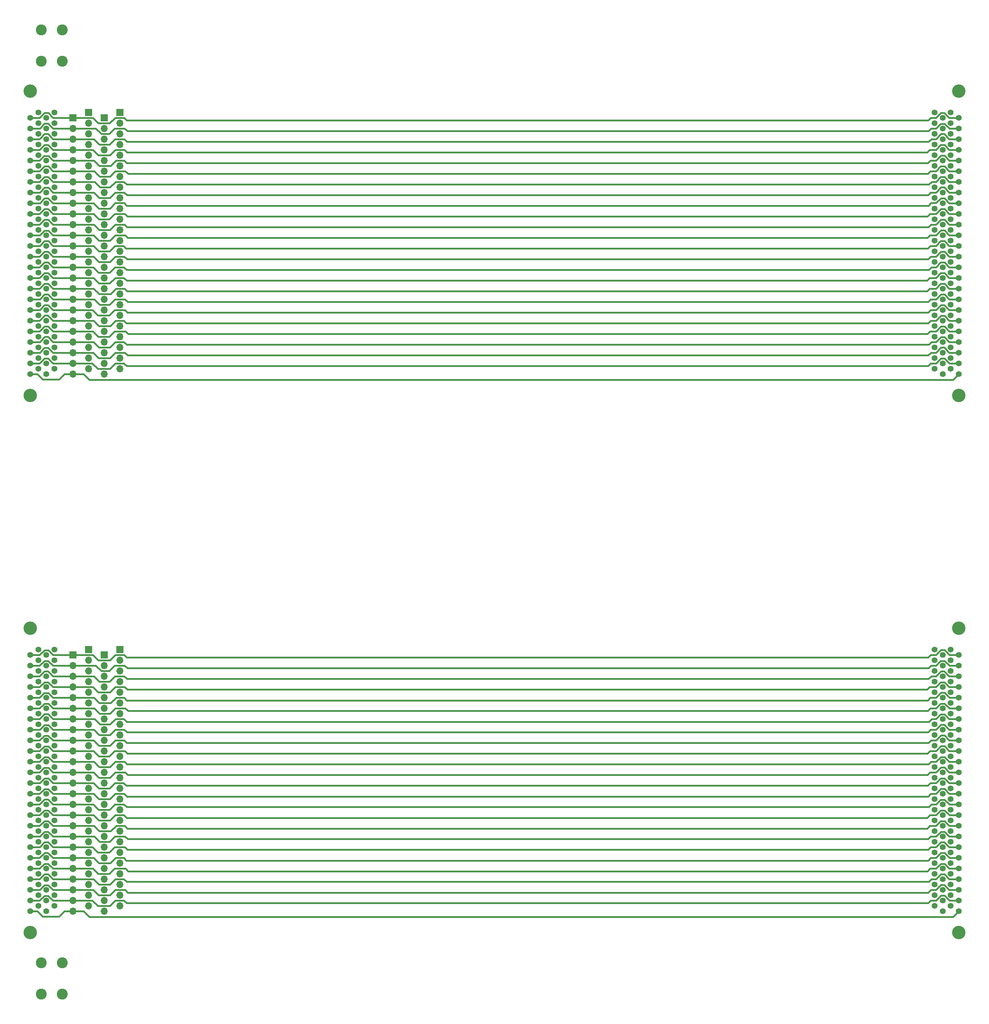
<source format=gbr>
%TF.GenerationSoftware,KiCad,Pcbnew,5.1.12-84ad8e8a86~92~ubuntu20.04.1*%
%TF.CreationDate,2022-06-08T18:54:32+02:00*%
%TF.ProjectId,bvm-a-card-breakout,62766d2d-612d-4636-9172-642d62726561,rev?*%
%TF.SameCoordinates,Original*%
%TF.FileFunction,Copper,L1,Top*%
%TF.FilePolarity,Positive*%
%FSLAX46Y46*%
G04 Gerber Fmt 4.6, Leading zero omitted, Abs format (unit mm)*
G04 Created by KiCad (PCBNEW 5.1.12-84ad8e8a86~92~ubuntu20.04.1) date 2022-06-08 18:54:32*
%MOMM*%
%LPD*%
G01*
G04 APERTURE LIST*
%TA.AperFunction,ComponentPad*%
%ADD10C,3.200000*%
%TD*%
%TA.AperFunction,ComponentPad*%
%ADD11C,1.400000*%
%TD*%
%TA.AperFunction,ComponentPad*%
%ADD12O,1.700000X1.700000*%
%TD*%
%TA.AperFunction,ComponentPad*%
%ADD13R,1.700000X1.700000*%
%TD*%
%TA.AperFunction,ComponentPad*%
%ADD14C,2.600000*%
%TD*%
%TA.AperFunction,Conductor*%
%ADD15C,0.250000*%
%TD*%
%TA.AperFunction,Conductor*%
%ADD16C,0.400000*%
%TD*%
G04 APERTURE END LIST*
D10*
%TO.P,J1,S*%
%TO.N,N/C*%
X124648840Y-162687000D03*
X124648840Y-90297000D03*
D11*
%TO.P,J1,B2*%
%TO.N,B2*%
X124648840Y-96647000D03*
%TO.P,J1,B4*%
%TO.N,B4*%
X124648840Y-99187000D03*
%TO.P,J1,B6*%
%TO.N,B6*%
X124648840Y-101727000D03*
%TO.P,J1,B8*%
%TO.N,B8*%
X124648840Y-104267000D03*
%TO.P,J1,B10*%
%TO.N,B10*%
X124648840Y-106807000D03*
%TO.P,J1,B12*%
%TO.N,B12*%
X124648840Y-109347000D03*
%TO.P,J1,B14*%
%TO.N,B14*%
X124648840Y-111887000D03*
%TO.P,J1,B16*%
%TO.N,B16*%
X124648840Y-114427000D03*
%TO.P,J1,B18*%
%TO.N,B18*%
X124648840Y-116967000D03*
%TO.P,J1,B20*%
%TO.N,B20*%
X124648840Y-119507000D03*
%TO.P,J1,B22*%
%TO.N,B22*%
X124648840Y-122047000D03*
%TO.P,J1,B24*%
%TO.N,B24*%
X124648840Y-124587000D03*
%TO.P,J1,B26*%
%TO.N,B26*%
X124648840Y-127127000D03*
%TO.P,J1,B28*%
%TO.N,B28*%
X124648840Y-129667000D03*
%TO.P,J1,B30*%
%TO.N,B30*%
X124648840Y-132207000D03*
%TO.P,J1,B32*%
%TO.N,B32*%
X124648840Y-134747000D03*
%TO.P,J1,B34*%
%TO.N,B34*%
X124648840Y-137287000D03*
%TO.P,J1,B36*%
%TO.N,B36*%
X124648840Y-139827000D03*
%TO.P,J1,B38*%
%TO.N,B38*%
X124648840Y-142367000D03*
%TO.P,J1,B40*%
%TO.N,B40*%
X124648840Y-144907000D03*
%TO.P,J1,B42*%
%TO.N,B42*%
X124648840Y-147447000D03*
%TO.P,J1,B44*%
%TO.N,B44*%
X124648840Y-149987000D03*
%TO.P,J1,B46*%
%TO.N,B46*%
X124648840Y-152527000D03*
%TO.P,J1,B48*%
%TO.N,B48*%
X124648840Y-155067000D03*
%TO.P,J1,B50*%
%TO.N,B50*%
X124648840Y-157607000D03*
%TO.P,J1,A1*%
%TO.N,A1*%
X130363840Y-95377000D03*
%TO.P,J1,A3*%
%TO.N,A3*%
X130363840Y-97917000D03*
%TO.P,J1,A5*%
%TO.N,A5*%
X130363840Y-100457000D03*
%TO.P,J1,A7*%
%TO.N,A7*%
X130363840Y-102997000D03*
%TO.P,J1,A9*%
%TO.N,A9*%
X130363840Y-105537000D03*
%TO.P,J1,A11*%
%TO.N,A11*%
X130363840Y-108077000D03*
%TO.P,J1,A13*%
%TO.N,A13*%
X130363840Y-110617000D03*
%TO.P,J1,A15*%
%TO.N,A15*%
X130363840Y-113157000D03*
%TO.P,J1,A17*%
%TO.N,A17*%
X130363840Y-115697000D03*
%TO.P,J1,A19*%
%TO.N,A19*%
X130363840Y-118237000D03*
%TO.P,J1,A21*%
%TO.N,A21*%
X130363840Y-120777000D03*
%TO.P,J1,A23*%
%TO.N,A23*%
X130363840Y-123317000D03*
%TO.P,J1,A25*%
%TO.N,A25*%
X130363840Y-125857000D03*
%TO.P,J1,A27*%
%TO.N,A27*%
X130363840Y-128397000D03*
%TO.P,J1,A29*%
%TO.N,A29*%
X130363840Y-130937000D03*
%TO.P,J1,A31*%
%TO.N,A31*%
X130363840Y-133477000D03*
%TO.P,J1,A33*%
%TO.N,A33*%
X130363840Y-136017000D03*
%TO.P,J1,A35*%
%TO.N,A35*%
X130363840Y-138557000D03*
%TO.P,J1,A37*%
%TO.N,A37*%
X130363840Y-141097000D03*
%TO.P,J1,A39*%
%TO.N,A39*%
X130363840Y-143637000D03*
%TO.P,J1,A41*%
%TO.N,A41*%
X130363840Y-146177000D03*
%TO.P,J1,A43*%
%TO.N,A43*%
X130363840Y-148717000D03*
%TO.P,J1,A45*%
%TO.N,A45*%
X130363840Y-151257000D03*
%TO.P,J1,A47*%
%TO.N,A47*%
X130363840Y-153797000D03*
%TO.P,J1,A49*%
%TO.N,A49*%
X130363840Y-156337000D03*
%TO.P,J1,A2*%
%TO.N,A2*%
X128458840Y-96647000D03*
%TO.P,J1,A4*%
%TO.N,A4*%
X128458840Y-99187000D03*
%TO.P,J1,A6*%
%TO.N,A6*%
X128458840Y-101727000D03*
%TO.P,J1,A8*%
%TO.N,A8*%
X128458840Y-104267000D03*
%TO.P,J1,A10*%
%TO.N,A10*%
X128458840Y-106807000D03*
%TO.P,J1,A12*%
%TO.N,A12*%
X128458840Y-109347000D03*
%TO.P,J1,A14*%
%TO.N,A14*%
X128458840Y-111887000D03*
%TO.P,J1,A16*%
%TO.N,A16*%
X128458840Y-114427000D03*
%TO.P,J1,A18*%
%TO.N,A18*%
X128458840Y-116967000D03*
%TO.P,J1,A20*%
%TO.N,A20*%
X128458840Y-119507000D03*
%TO.P,J1,A22*%
%TO.N,A22*%
X128458840Y-122047000D03*
%TO.P,J1,A24*%
%TO.N,A24*%
X128458840Y-124587000D03*
%TO.P,J1,A26*%
%TO.N,A26*%
X128458840Y-127127000D03*
%TO.P,J1,A28*%
%TO.N,A28*%
X128458840Y-129667000D03*
%TO.P,J1,A30*%
%TO.N,A30*%
X128458840Y-132207000D03*
%TO.P,J1,A32*%
%TO.N,A32*%
X128458840Y-134747000D03*
%TO.P,J1,A34*%
%TO.N,A34*%
X128458840Y-137287000D03*
%TO.P,J1,A36*%
%TO.N,A36*%
X128458840Y-139827000D03*
%TO.P,J1,A38*%
%TO.N,A38*%
X128458840Y-142367000D03*
%TO.P,J1,A40*%
%TO.N,A40*%
X128458840Y-144907000D03*
%TO.P,J1,A42*%
%TO.N,A42*%
X128458840Y-147447000D03*
%TO.P,J1,A44*%
%TO.N,A44*%
X128458840Y-149987000D03*
%TO.P,J1,A46*%
%TO.N,A46*%
X128458840Y-152527000D03*
%TO.P,J1,A48*%
%TO.N,A48*%
X128458840Y-155067000D03*
%TO.P,J1,A50*%
%TO.N,A50*%
X128458840Y-157607000D03*
%TO.P,J1,B1*%
%TO.N,B1*%
X126553840Y-95377000D03*
%TO.P,J1,B3*%
%TO.N,B3*%
X126553840Y-97917000D03*
%TO.P,J1,B5*%
%TO.N,B5*%
X126553840Y-100457000D03*
%TO.P,J1,B7*%
%TO.N,B7*%
X126553840Y-102997000D03*
%TO.P,J1,B9*%
%TO.N,B9*%
X126553840Y-105537000D03*
%TO.P,J1,B11*%
%TO.N,B11*%
X126553840Y-108077000D03*
%TO.P,J1,B13*%
%TO.N,B13*%
X126553840Y-110617000D03*
%TO.P,J1,B15*%
%TO.N,B15*%
X126553840Y-113157000D03*
%TO.P,J1,B17*%
%TO.N,B17*%
X126553840Y-115697000D03*
%TO.P,J1,B19*%
%TO.N,B19*%
X126553840Y-118237000D03*
%TO.P,J1,B21*%
%TO.N,B21*%
X126553840Y-120777000D03*
%TO.P,J1,B23*%
%TO.N,B23*%
X126553840Y-123317000D03*
%TO.P,J1,B25*%
%TO.N,B25*%
X126553840Y-125857000D03*
%TO.P,J1,B27*%
%TO.N,B27*%
X126553840Y-128397000D03*
%TO.P,J1,B29*%
%TO.N,B29*%
X126553840Y-130937000D03*
%TO.P,J1,B31*%
%TO.N,B31*%
X126553840Y-133477000D03*
%TO.P,J1,B33*%
%TO.N,B33*%
X126553840Y-136017000D03*
%TO.P,J1,B35*%
%TO.N,B35*%
X126553840Y-138557000D03*
%TO.P,J1,B37*%
%TO.N,B37*%
X126553840Y-141097000D03*
%TO.P,J1,B39*%
%TO.N,B39*%
X126553840Y-143637000D03*
%TO.P,J1,B41*%
%TO.N,B41*%
X126553840Y-146177000D03*
%TO.P,J1,B43*%
%TO.N,B43*%
X126553840Y-148717000D03*
%TO.P,J1,B45*%
%TO.N,B45*%
X126553840Y-151257000D03*
%TO.P,J1,B47*%
%TO.N,B47*%
X126553840Y-153797000D03*
%TO.P,J1,B49*%
%TO.N,B49*%
X126553840Y-156337000D03*
%TD*%
%TO.P,J11,B49*%
%TO.N,B49_2*%
X126552960Y-284129480D03*
%TO.P,J11,B47*%
%TO.N,B47_2*%
X126552960Y-281589480D03*
%TO.P,J11,B45*%
%TO.N,B45_2*%
X126552960Y-279049480D03*
%TO.P,J11,B43*%
%TO.N,B43_2*%
X126552960Y-276509480D03*
%TO.P,J11,B41*%
%TO.N,B41_2*%
X126552960Y-273969480D03*
%TO.P,J11,B39*%
%TO.N,B39_2*%
X126552960Y-271429480D03*
%TO.P,J11,B37*%
%TO.N,B37_2*%
X126552960Y-268889480D03*
%TO.P,J11,B35*%
%TO.N,B35_2*%
X126552960Y-266349480D03*
%TO.P,J11,B33*%
%TO.N,B33_2*%
X126552960Y-263809480D03*
%TO.P,J11,B31*%
%TO.N,B31_2*%
X126552960Y-261269480D03*
%TO.P,J11,B29*%
%TO.N,B29_2*%
X126552960Y-258729480D03*
%TO.P,J11,B27*%
%TO.N,B27_2*%
X126552960Y-256189480D03*
%TO.P,J11,B25*%
%TO.N,B25_2*%
X126552960Y-253649480D03*
%TO.P,J11,B23*%
%TO.N,B23_2*%
X126552960Y-251109480D03*
%TO.P,J11,B21*%
%TO.N,B21_2*%
X126552960Y-248569480D03*
%TO.P,J11,B19*%
%TO.N,B19_2*%
X126552960Y-246029480D03*
%TO.P,J11,B17*%
%TO.N,B17_2*%
X126552960Y-243489480D03*
%TO.P,J11,B15*%
%TO.N,B15_2*%
X126552960Y-240949480D03*
%TO.P,J11,B13*%
%TO.N,B13_2*%
X126552960Y-238409480D03*
%TO.P,J11,B11*%
%TO.N,B11_2*%
X126552960Y-235869480D03*
%TO.P,J11,B9*%
%TO.N,B9_2*%
X126552960Y-233329480D03*
%TO.P,J11,B7*%
%TO.N,B7_2*%
X126552960Y-230789480D03*
%TO.P,J11,B5*%
%TO.N,B5_2*%
X126552960Y-228249480D03*
%TO.P,J11,B3*%
%TO.N,B3_2*%
X126552960Y-225709480D03*
%TO.P,J11,B1*%
%TO.N,B1_2*%
X126552960Y-223169480D03*
%TO.P,J11,A50*%
%TO.N,A50_2*%
X128457960Y-285399480D03*
%TO.P,J11,A48*%
%TO.N,A48_2*%
X128457960Y-282859480D03*
%TO.P,J11,A46*%
%TO.N,A46_2*%
X128457960Y-280319480D03*
%TO.P,J11,A44*%
%TO.N,A44_2*%
X128457960Y-277779480D03*
%TO.P,J11,A42*%
%TO.N,A42_2*%
X128457960Y-275239480D03*
%TO.P,J11,A40*%
%TO.N,A40_2*%
X128457960Y-272699480D03*
%TO.P,J11,A38*%
%TO.N,A38_2*%
X128457960Y-270159480D03*
%TO.P,J11,A36*%
%TO.N,A36_2*%
X128457960Y-267619480D03*
%TO.P,J11,A34*%
%TO.N,A34_2*%
X128457960Y-265079480D03*
%TO.P,J11,A32*%
%TO.N,A32_2*%
X128457960Y-262539480D03*
%TO.P,J11,A30*%
%TO.N,A30_2*%
X128457960Y-259999480D03*
%TO.P,J11,A28*%
%TO.N,A28_2*%
X128457960Y-257459480D03*
%TO.P,J11,A26*%
%TO.N,A26_2*%
X128457960Y-254919480D03*
%TO.P,J11,A24*%
%TO.N,A24_2*%
X128457960Y-252379480D03*
%TO.P,J11,A22*%
%TO.N,A22_2*%
X128457960Y-249839480D03*
%TO.P,J11,A20*%
%TO.N,A20_2*%
X128457960Y-247299480D03*
%TO.P,J11,A18*%
%TO.N,A18_2*%
X128457960Y-244759480D03*
%TO.P,J11,A16*%
%TO.N,A16_2*%
X128457960Y-242219480D03*
%TO.P,J11,A14*%
%TO.N,A14_2*%
X128457960Y-239679480D03*
%TO.P,J11,A12*%
%TO.N,A12_2*%
X128457960Y-237139480D03*
%TO.P,J11,A10*%
%TO.N,A10_2*%
X128457960Y-234599480D03*
%TO.P,J11,A8*%
%TO.N,A8_2*%
X128457960Y-232059480D03*
%TO.P,J11,A6*%
%TO.N,A6_2*%
X128457960Y-229519480D03*
%TO.P,J11,A4*%
%TO.N,A4_2*%
X128457960Y-226979480D03*
%TO.P,J11,A2*%
%TO.N,A2_2*%
X128457960Y-224439480D03*
%TO.P,J11,A49*%
%TO.N,A49_2*%
X130362960Y-284129480D03*
%TO.P,J11,A47*%
%TO.N,A47_2*%
X130362960Y-281589480D03*
%TO.P,J11,A45*%
%TO.N,A45_2*%
X130362960Y-279049480D03*
%TO.P,J11,A43*%
%TO.N,A43_2*%
X130362960Y-276509480D03*
%TO.P,J11,A41*%
%TO.N,A41_2*%
X130362960Y-273969480D03*
%TO.P,J11,A39*%
%TO.N,A39_2*%
X130362960Y-271429480D03*
%TO.P,J11,A37*%
%TO.N,A37_2*%
X130362960Y-268889480D03*
%TO.P,J11,A35*%
%TO.N,A35_2*%
X130362960Y-266349480D03*
%TO.P,J11,A33*%
%TO.N,A33_2*%
X130362960Y-263809480D03*
%TO.P,J11,A31*%
%TO.N,A31_2*%
X130362960Y-261269480D03*
%TO.P,J11,A29*%
%TO.N,A29_2*%
X130362960Y-258729480D03*
%TO.P,J11,A27*%
%TO.N,A27_2*%
X130362960Y-256189480D03*
%TO.P,J11,A25*%
%TO.N,A25_2*%
X130362960Y-253649480D03*
%TO.P,J11,A23*%
%TO.N,A23_2*%
X130362960Y-251109480D03*
%TO.P,J11,A21*%
%TO.N,A21_2*%
X130362960Y-248569480D03*
%TO.P,J11,A19*%
%TO.N,A19_2*%
X130362960Y-246029480D03*
%TO.P,J11,A17*%
%TO.N,A17_2*%
X130362960Y-243489480D03*
%TO.P,J11,A15*%
%TO.N,A15_2*%
X130362960Y-240949480D03*
%TO.P,J11,A13*%
%TO.N,A13_2*%
X130362960Y-238409480D03*
%TO.P,J11,A11*%
%TO.N,A11_2*%
X130362960Y-235869480D03*
%TO.P,J11,A9*%
%TO.N,A9_2*%
X130362960Y-233329480D03*
%TO.P,J11,A7*%
%TO.N,A7_2*%
X130362960Y-230789480D03*
%TO.P,J11,A5*%
%TO.N,A5_2*%
X130362960Y-228249480D03*
%TO.P,J11,A3*%
%TO.N,A3_2*%
X130362960Y-225709480D03*
%TO.P,J11,A1*%
%TO.N,A1_2*%
X130362960Y-223169480D03*
%TO.P,J11,B50*%
%TO.N,B50_2*%
X124647960Y-285399480D03*
%TO.P,J11,B48*%
%TO.N,B48_2*%
X124647960Y-282859480D03*
%TO.P,J11,B46*%
%TO.N,B46_2*%
X124647960Y-280319480D03*
%TO.P,J11,B44*%
%TO.N,B44_2*%
X124647960Y-277779480D03*
%TO.P,J11,B42*%
%TO.N,B42_2*%
X124647960Y-275239480D03*
%TO.P,J11,B40*%
%TO.N,B40_2*%
X124647960Y-272699480D03*
%TO.P,J11,B38*%
%TO.N,B38_2*%
X124647960Y-270159480D03*
%TO.P,J11,B36*%
%TO.N,B36_2*%
X124647960Y-267619480D03*
%TO.P,J11,B34*%
%TO.N,B34_2*%
X124647960Y-265079480D03*
%TO.P,J11,B32*%
%TO.N,B32_2*%
X124647960Y-262539480D03*
%TO.P,J11,B30*%
%TO.N,B30_2*%
X124647960Y-259999480D03*
%TO.P,J11,B28*%
%TO.N,B28_2*%
X124647960Y-257459480D03*
%TO.P,J11,B26*%
%TO.N,B26_2*%
X124647960Y-254919480D03*
%TO.P,J11,B24*%
%TO.N,B24_2*%
X124647960Y-252379480D03*
%TO.P,J11,B22*%
%TO.N,B22_2*%
X124647960Y-249839480D03*
%TO.P,J11,B20*%
%TO.N,B20_2*%
X124647960Y-247299480D03*
%TO.P,J11,B18*%
%TO.N,B18_2*%
X124647960Y-244759480D03*
%TO.P,J11,B16*%
%TO.N,B16_2*%
X124647960Y-242219480D03*
%TO.P,J11,B14*%
%TO.N,B14_2*%
X124647960Y-239679480D03*
%TO.P,J11,B12*%
%TO.N,B12_2*%
X124647960Y-237139480D03*
%TO.P,J11,B10*%
%TO.N,B10_2*%
X124647960Y-234599480D03*
%TO.P,J11,B8*%
%TO.N,B8_2*%
X124647960Y-232059480D03*
%TO.P,J11,B6*%
%TO.N,B6_2*%
X124647960Y-229519480D03*
%TO.P,J11,B4*%
%TO.N,B4_2*%
X124647960Y-226979480D03*
%TO.P,J11,B2*%
%TO.N,B2_2*%
X124647960Y-224439480D03*
D10*
%TO.P,J11,S*%
%TO.N,N/C*%
X124647960Y-218089480D03*
X124647960Y-290479480D03*
%TD*%
%TO.P,J2,S*%
%TO.N,N/C*%
X345588240Y-162683560D03*
X345588240Y-90293560D03*
D11*
%TO.P,J2,B2*%
%TO.N,B2*%
X345588240Y-96643560D03*
%TO.P,J2,B4*%
%TO.N,B4*%
X345588240Y-99183560D03*
%TO.P,J2,B6*%
%TO.N,B6*%
X345588240Y-101723560D03*
%TO.P,J2,B8*%
%TO.N,B8*%
X345588240Y-104263560D03*
%TO.P,J2,B10*%
%TO.N,B10*%
X345588240Y-106803560D03*
%TO.P,J2,B12*%
%TO.N,B12*%
X345588240Y-109343560D03*
%TO.P,J2,B14*%
%TO.N,B14*%
X345588240Y-111883560D03*
%TO.P,J2,B16*%
%TO.N,B16*%
X345588240Y-114423560D03*
%TO.P,J2,B18*%
%TO.N,B18*%
X345588240Y-116963560D03*
%TO.P,J2,B20*%
%TO.N,B20*%
X345588240Y-119503560D03*
%TO.P,J2,B22*%
%TO.N,B22*%
X345588240Y-122043560D03*
%TO.P,J2,B24*%
%TO.N,B24*%
X345588240Y-124583560D03*
%TO.P,J2,B26*%
%TO.N,B26*%
X345588240Y-127123560D03*
%TO.P,J2,B28*%
%TO.N,B28*%
X345588240Y-129663560D03*
%TO.P,J2,B30*%
%TO.N,B30*%
X345588240Y-132203560D03*
%TO.P,J2,B32*%
%TO.N,B32*%
X345588240Y-134743560D03*
%TO.P,J2,B34*%
%TO.N,B34*%
X345588240Y-137283560D03*
%TO.P,J2,B36*%
%TO.N,B36*%
X345588240Y-139823560D03*
%TO.P,J2,B38*%
%TO.N,B38*%
X345588240Y-142363560D03*
%TO.P,J2,B40*%
%TO.N,B40*%
X345588240Y-144903560D03*
%TO.P,J2,B42*%
%TO.N,B42*%
X345588240Y-147443560D03*
%TO.P,J2,B44*%
%TO.N,B44*%
X345588240Y-149983560D03*
%TO.P,J2,B46*%
%TO.N,B46*%
X345588240Y-152523560D03*
%TO.P,J2,B48*%
%TO.N,B48*%
X345588240Y-155063560D03*
%TO.P,J2,B50*%
%TO.N,B50*%
X345588240Y-157603560D03*
%TO.P,J2,A1*%
%TO.N,A1*%
X339873240Y-95373560D03*
%TO.P,J2,A3*%
%TO.N,A3*%
X339873240Y-97913560D03*
%TO.P,J2,A5*%
%TO.N,A5*%
X339873240Y-100453560D03*
%TO.P,J2,A7*%
%TO.N,A7*%
X339873240Y-102993560D03*
%TO.P,J2,A9*%
%TO.N,A9*%
X339873240Y-105533560D03*
%TO.P,J2,A11*%
%TO.N,A11*%
X339873240Y-108073560D03*
%TO.P,J2,A13*%
%TO.N,A13*%
X339873240Y-110613560D03*
%TO.P,J2,A15*%
%TO.N,A15*%
X339873240Y-113153560D03*
%TO.P,J2,A17*%
%TO.N,A17*%
X339873240Y-115693560D03*
%TO.P,J2,A19*%
%TO.N,A19*%
X339873240Y-118233560D03*
%TO.P,J2,A21*%
%TO.N,A21*%
X339873240Y-120773560D03*
%TO.P,J2,A23*%
%TO.N,A23*%
X339873240Y-123313560D03*
%TO.P,J2,A25*%
%TO.N,A25*%
X339873240Y-125853560D03*
%TO.P,J2,A27*%
%TO.N,A27*%
X339873240Y-128393560D03*
%TO.P,J2,A29*%
%TO.N,A29*%
X339873240Y-130933560D03*
%TO.P,J2,A31*%
%TO.N,A31*%
X339873240Y-133473560D03*
%TO.P,J2,A33*%
%TO.N,A33*%
X339873240Y-136013560D03*
%TO.P,J2,A35*%
%TO.N,A35*%
X339873240Y-138553560D03*
%TO.P,J2,A37*%
%TO.N,A37*%
X339873240Y-141093560D03*
%TO.P,J2,A39*%
%TO.N,A39*%
X339873240Y-143633560D03*
%TO.P,J2,A41*%
%TO.N,A41*%
X339873240Y-146173560D03*
%TO.P,J2,A43*%
%TO.N,A43*%
X339873240Y-148713560D03*
%TO.P,J2,A45*%
%TO.N,A45*%
X339873240Y-151253560D03*
%TO.P,J2,A47*%
%TO.N,A47*%
X339873240Y-153793560D03*
%TO.P,J2,A49*%
%TO.N,A49*%
X339873240Y-156333560D03*
%TO.P,J2,A2*%
%TO.N,A2*%
X341778240Y-96643560D03*
%TO.P,J2,A4*%
%TO.N,A4*%
X341778240Y-99183560D03*
%TO.P,J2,A6*%
%TO.N,A6*%
X341778240Y-101723560D03*
%TO.P,J2,A8*%
%TO.N,A8*%
X341778240Y-104263560D03*
%TO.P,J2,A10*%
%TO.N,A10*%
X341778240Y-106803560D03*
%TO.P,J2,A12*%
%TO.N,A12*%
X341778240Y-109343560D03*
%TO.P,J2,A14*%
%TO.N,A14*%
X341778240Y-111883560D03*
%TO.P,J2,A16*%
%TO.N,A16*%
X341778240Y-114423560D03*
%TO.P,J2,A18*%
%TO.N,A18*%
X341778240Y-116963560D03*
%TO.P,J2,A20*%
%TO.N,A20*%
X341778240Y-119503560D03*
%TO.P,J2,A22*%
%TO.N,A22*%
X341778240Y-122043560D03*
%TO.P,J2,A24*%
%TO.N,A24*%
X341778240Y-124583560D03*
%TO.P,J2,A26*%
%TO.N,A26*%
X341778240Y-127123560D03*
%TO.P,J2,A28*%
%TO.N,A28*%
X341778240Y-129663560D03*
%TO.P,J2,A30*%
%TO.N,A30*%
X341778240Y-132203560D03*
%TO.P,J2,A32*%
%TO.N,A32*%
X341778240Y-134743560D03*
%TO.P,J2,A34*%
%TO.N,A34*%
X341778240Y-137283560D03*
%TO.P,J2,A36*%
%TO.N,A36*%
X341778240Y-139823560D03*
%TO.P,J2,A38*%
%TO.N,A38*%
X341778240Y-142363560D03*
%TO.P,J2,A40*%
%TO.N,A40*%
X341778240Y-144903560D03*
%TO.P,J2,A42*%
%TO.N,A42*%
X341778240Y-147443560D03*
%TO.P,J2,A44*%
%TO.N,A44*%
X341778240Y-149983560D03*
%TO.P,J2,A46*%
%TO.N,A46*%
X341778240Y-152523560D03*
%TO.P,J2,A48*%
%TO.N,A48*%
X341778240Y-155063560D03*
%TO.P,J2,A50*%
%TO.N,A50*%
X341778240Y-157603560D03*
%TO.P,J2,B1*%
%TO.N,B1*%
X343683240Y-95373560D03*
%TO.P,J2,B3*%
%TO.N,B3*%
X343683240Y-97913560D03*
%TO.P,J2,B5*%
%TO.N,B5*%
X343683240Y-100453560D03*
%TO.P,J2,B7*%
%TO.N,B7*%
X343683240Y-102993560D03*
%TO.P,J2,B9*%
%TO.N,B9*%
X343683240Y-105533560D03*
%TO.P,J2,B11*%
%TO.N,B11*%
X343683240Y-108073560D03*
%TO.P,J2,B13*%
%TO.N,B13*%
X343683240Y-110613560D03*
%TO.P,J2,B15*%
%TO.N,B15*%
X343683240Y-113153560D03*
%TO.P,J2,B17*%
%TO.N,B17*%
X343683240Y-115693560D03*
%TO.P,J2,B19*%
%TO.N,B19*%
X343683240Y-118233560D03*
%TO.P,J2,B21*%
%TO.N,B21*%
X343683240Y-120773560D03*
%TO.P,J2,B23*%
%TO.N,B23*%
X343683240Y-123313560D03*
%TO.P,J2,B25*%
%TO.N,B25*%
X343683240Y-125853560D03*
%TO.P,J2,B27*%
%TO.N,B27*%
X343683240Y-128393560D03*
%TO.P,J2,B29*%
%TO.N,B29*%
X343683240Y-130933560D03*
%TO.P,J2,B31*%
%TO.N,B31*%
X343683240Y-133473560D03*
%TO.P,J2,B33*%
%TO.N,B33*%
X343683240Y-136013560D03*
%TO.P,J2,B35*%
%TO.N,B35*%
X343683240Y-138553560D03*
%TO.P,J2,B37*%
%TO.N,B37*%
X343683240Y-141093560D03*
%TO.P,J2,B39*%
%TO.N,B39*%
X343683240Y-143633560D03*
%TO.P,J2,B41*%
%TO.N,B41*%
X343683240Y-146173560D03*
%TO.P,J2,B43*%
%TO.N,B43*%
X343683240Y-148713560D03*
%TO.P,J2,B45*%
%TO.N,B45*%
X343683240Y-151253560D03*
%TO.P,J2,B47*%
%TO.N,B47*%
X343683240Y-153793560D03*
%TO.P,J2,B49*%
%TO.N,B49*%
X343683240Y-156333560D03*
%TD*%
D10*
%TO.P,J12,S*%
%TO.N,N/C*%
X345587320Y-290474400D03*
X345587320Y-218084400D03*
D11*
%TO.P,J12,B2*%
%TO.N,B2_2*%
X345587320Y-224434400D03*
%TO.P,J12,B4*%
%TO.N,B4_2*%
X345587320Y-226974400D03*
%TO.P,J12,B6*%
%TO.N,B6_2*%
X345587320Y-229514400D03*
%TO.P,J12,B8*%
%TO.N,B8_2*%
X345587320Y-232054400D03*
%TO.P,J12,B10*%
%TO.N,B10_2*%
X345587320Y-234594400D03*
%TO.P,J12,B12*%
%TO.N,B12_2*%
X345587320Y-237134400D03*
%TO.P,J12,B14*%
%TO.N,B14_2*%
X345587320Y-239674400D03*
%TO.P,J12,B16*%
%TO.N,B16_2*%
X345587320Y-242214400D03*
%TO.P,J12,B18*%
%TO.N,B18_2*%
X345587320Y-244754400D03*
%TO.P,J12,B20*%
%TO.N,B20_2*%
X345587320Y-247294400D03*
%TO.P,J12,B22*%
%TO.N,B22_2*%
X345587320Y-249834400D03*
%TO.P,J12,B24*%
%TO.N,B24_2*%
X345587320Y-252374400D03*
%TO.P,J12,B26*%
%TO.N,B26_2*%
X345587320Y-254914400D03*
%TO.P,J12,B28*%
%TO.N,B28_2*%
X345587320Y-257454400D03*
%TO.P,J12,B30*%
%TO.N,B30_2*%
X345587320Y-259994400D03*
%TO.P,J12,B32*%
%TO.N,B32_2*%
X345587320Y-262534400D03*
%TO.P,J12,B34*%
%TO.N,B34_2*%
X345587320Y-265074400D03*
%TO.P,J12,B36*%
%TO.N,B36_2*%
X345587320Y-267614400D03*
%TO.P,J12,B38*%
%TO.N,B38_2*%
X345587320Y-270154400D03*
%TO.P,J12,B40*%
%TO.N,B40_2*%
X345587320Y-272694400D03*
%TO.P,J12,B42*%
%TO.N,B42_2*%
X345587320Y-275234400D03*
%TO.P,J12,B44*%
%TO.N,B44_2*%
X345587320Y-277774400D03*
%TO.P,J12,B46*%
%TO.N,B46_2*%
X345587320Y-280314400D03*
%TO.P,J12,B48*%
%TO.N,B48_2*%
X345587320Y-282854400D03*
%TO.P,J12,B50*%
%TO.N,B50_2*%
X345587320Y-285394400D03*
%TO.P,J12,A1*%
%TO.N,A1_2*%
X339872320Y-223164400D03*
%TO.P,J12,A3*%
%TO.N,A3_2*%
X339872320Y-225704400D03*
%TO.P,J12,A5*%
%TO.N,A5_2*%
X339872320Y-228244400D03*
%TO.P,J12,A7*%
%TO.N,A7_2*%
X339872320Y-230784400D03*
%TO.P,J12,A9*%
%TO.N,A9_2*%
X339872320Y-233324400D03*
%TO.P,J12,A11*%
%TO.N,A11_2*%
X339872320Y-235864400D03*
%TO.P,J12,A13*%
%TO.N,A13_2*%
X339872320Y-238404400D03*
%TO.P,J12,A15*%
%TO.N,A15_2*%
X339872320Y-240944400D03*
%TO.P,J12,A17*%
%TO.N,A17_2*%
X339872320Y-243484400D03*
%TO.P,J12,A19*%
%TO.N,A19_2*%
X339872320Y-246024400D03*
%TO.P,J12,A21*%
%TO.N,A21_2*%
X339872320Y-248564400D03*
%TO.P,J12,A23*%
%TO.N,A23_2*%
X339872320Y-251104400D03*
%TO.P,J12,A25*%
%TO.N,A25_2*%
X339872320Y-253644400D03*
%TO.P,J12,A27*%
%TO.N,A27_2*%
X339872320Y-256184400D03*
%TO.P,J12,A29*%
%TO.N,A29_2*%
X339872320Y-258724400D03*
%TO.P,J12,A31*%
%TO.N,A31_2*%
X339872320Y-261264400D03*
%TO.P,J12,A33*%
%TO.N,A33_2*%
X339872320Y-263804400D03*
%TO.P,J12,A35*%
%TO.N,A35_2*%
X339872320Y-266344400D03*
%TO.P,J12,A37*%
%TO.N,A37_2*%
X339872320Y-268884400D03*
%TO.P,J12,A39*%
%TO.N,A39_2*%
X339872320Y-271424400D03*
%TO.P,J12,A41*%
%TO.N,A41_2*%
X339872320Y-273964400D03*
%TO.P,J12,A43*%
%TO.N,A43_2*%
X339872320Y-276504400D03*
%TO.P,J12,A45*%
%TO.N,A45_2*%
X339872320Y-279044400D03*
%TO.P,J12,A47*%
%TO.N,A47_2*%
X339872320Y-281584400D03*
%TO.P,J12,A49*%
%TO.N,A49_2*%
X339872320Y-284124400D03*
%TO.P,J12,A2*%
%TO.N,A2_2*%
X341777320Y-224434400D03*
%TO.P,J12,A4*%
%TO.N,A4_2*%
X341777320Y-226974400D03*
%TO.P,J12,A6*%
%TO.N,A6_2*%
X341777320Y-229514400D03*
%TO.P,J12,A8*%
%TO.N,A8_2*%
X341777320Y-232054400D03*
%TO.P,J12,A10*%
%TO.N,A10_2*%
X341777320Y-234594400D03*
%TO.P,J12,A12*%
%TO.N,A12_2*%
X341777320Y-237134400D03*
%TO.P,J12,A14*%
%TO.N,A14_2*%
X341777320Y-239674400D03*
%TO.P,J12,A16*%
%TO.N,A16_2*%
X341777320Y-242214400D03*
%TO.P,J12,A18*%
%TO.N,A18_2*%
X341777320Y-244754400D03*
%TO.P,J12,A20*%
%TO.N,A20_2*%
X341777320Y-247294400D03*
%TO.P,J12,A22*%
%TO.N,A22_2*%
X341777320Y-249834400D03*
%TO.P,J12,A24*%
%TO.N,A24_2*%
X341777320Y-252374400D03*
%TO.P,J12,A26*%
%TO.N,A26_2*%
X341777320Y-254914400D03*
%TO.P,J12,A28*%
%TO.N,A28_2*%
X341777320Y-257454400D03*
%TO.P,J12,A30*%
%TO.N,A30_2*%
X341777320Y-259994400D03*
%TO.P,J12,A32*%
%TO.N,A32_2*%
X341777320Y-262534400D03*
%TO.P,J12,A34*%
%TO.N,A34_2*%
X341777320Y-265074400D03*
%TO.P,J12,A36*%
%TO.N,A36_2*%
X341777320Y-267614400D03*
%TO.P,J12,A38*%
%TO.N,A38_2*%
X341777320Y-270154400D03*
%TO.P,J12,A40*%
%TO.N,A40_2*%
X341777320Y-272694400D03*
%TO.P,J12,A42*%
%TO.N,A42_2*%
X341777320Y-275234400D03*
%TO.P,J12,A44*%
%TO.N,A44_2*%
X341777320Y-277774400D03*
%TO.P,J12,A46*%
%TO.N,A46_2*%
X341777320Y-280314400D03*
%TO.P,J12,A48*%
%TO.N,A48_2*%
X341777320Y-282854400D03*
%TO.P,J12,A50*%
%TO.N,A50_2*%
X341777320Y-285394400D03*
%TO.P,J12,B1*%
%TO.N,B1_2*%
X343682320Y-223164400D03*
%TO.P,J12,B3*%
%TO.N,B3_2*%
X343682320Y-225704400D03*
%TO.P,J12,B5*%
%TO.N,B5_2*%
X343682320Y-228244400D03*
%TO.P,J12,B7*%
%TO.N,B7_2*%
X343682320Y-230784400D03*
%TO.P,J12,B9*%
%TO.N,B9_2*%
X343682320Y-233324400D03*
%TO.P,J12,B11*%
%TO.N,B11_2*%
X343682320Y-235864400D03*
%TO.P,J12,B13*%
%TO.N,B13_2*%
X343682320Y-238404400D03*
%TO.P,J12,B15*%
%TO.N,B15_2*%
X343682320Y-240944400D03*
%TO.P,J12,B17*%
%TO.N,B17_2*%
X343682320Y-243484400D03*
%TO.P,J12,B19*%
%TO.N,B19_2*%
X343682320Y-246024400D03*
%TO.P,J12,B21*%
%TO.N,B21_2*%
X343682320Y-248564400D03*
%TO.P,J12,B23*%
%TO.N,B23_2*%
X343682320Y-251104400D03*
%TO.P,J12,B25*%
%TO.N,B25_2*%
X343682320Y-253644400D03*
%TO.P,J12,B27*%
%TO.N,B27_2*%
X343682320Y-256184400D03*
%TO.P,J12,B29*%
%TO.N,B29_2*%
X343682320Y-258724400D03*
%TO.P,J12,B31*%
%TO.N,B31_2*%
X343682320Y-261264400D03*
%TO.P,J12,B33*%
%TO.N,B33_2*%
X343682320Y-263804400D03*
%TO.P,J12,B35*%
%TO.N,B35_2*%
X343682320Y-266344400D03*
%TO.P,J12,B37*%
%TO.N,B37_2*%
X343682320Y-268884400D03*
%TO.P,J12,B39*%
%TO.N,B39_2*%
X343682320Y-271424400D03*
%TO.P,J12,B41*%
%TO.N,B41_2*%
X343682320Y-273964400D03*
%TO.P,J12,B43*%
%TO.N,B43_2*%
X343682320Y-276504400D03*
%TO.P,J12,B45*%
%TO.N,B45_2*%
X343682320Y-279044400D03*
%TO.P,J12,B47*%
%TO.N,B47_2*%
X343682320Y-281584400D03*
%TO.P,J12,B49*%
%TO.N,B49_2*%
X343682320Y-284124400D03*
%TD*%
D12*
%TO.P,J3,25*%
%TO.N,B49*%
X138488840Y-156320860D03*
%TO.P,J3,24*%
%TO.N,B47*%
X138488840Y-153780860D03*
%TO.P,J3,23*%
%TO.N,B45*%
X138488840Y-151240860D03*
%TO.P,J3,22*%
%TO.N,B43*%
X138488840Y-148700860D03*
%TO.P,J3,21*%
%TO.N,B41*%
X138488840Y-146160860D03*
%TO.P,J3,20*%
%TO.N,B39*%
X138488840Y-143620860D03*
%TO.P,J3,19*%
%TO.N,B37*%
X138488840Y-141080860D03*
%TO.P,J3,18*%
%TO.N,B35*%
X138488840Y-138540860D03*
%TO.P,J3,17*%
%TO.N,B33*%
X138488840Y-136000860D03*
%TO.P,J3,16*%
%TO.N,B31*%
X138488840Y-133460860D03*
%TO.P,J3,15*%
%TO.N,B29*%
X138488840Y-130920860D03*
%TO.P,J3,14*%
%TO.N,B27*%
X138488840Y-128380860D03*
%TO.P,J3,13*%
%TO.N,B25*%
X138488840Y-125840860D03*
%TO.P,J3,12*%
%TO.N,B23*%
X138488840Y-123300860D03*
%TO.P,J3,11*%
%TO.N,B21*%
X138488840Y-120760860D03*
%TO.P,J3,10*%
%TO.N,B19*%
X138488840Y-118220860D03*
%TO.P,J3,9*%
%TO.N,B17*%
X138488840Y-115680860D03*
%TO.P,J3,8*%
%TO.N,B15*%
X138488840Y-113140860D03*
%TO.P,J3,7*%
%TO.N,B13*%
X138488840Y-110600860D03*
%TO.P,J3,6*%
%TO.N,B11*%
X138488840Y-108060860D03*
%TO.P,J3,5*%
%TO.N,B9*%
X138488840Y-105520860D03*
%TO.P,J3,4*%
%TO.N,B7*%
X138488840Y-102980860D03*
%TO.P,J3,3*%
%TO.N,B5*%
X138488840Y-100440860D03*
%TO.P,J3,2*%
%TO.N,B3*%
X138488840Y-97900860D03*
D13*
%TO.P,J3,1*%
%TO.N,B1*%
X138488840Y-95360860D03*
%TD*%
%TO.P,J5,1*%
%TO.N,B2*%
X134763840Y-96635860D03*
D12*
%TO.P,J5,2*%
%TO.N,B4*%
X134763840Y-99175860D03*
%TO.P,J5,3*%
%TO.N,B6*%
X134763840Y-101715860D03*
%TO.P,J5,4*%
%TO.N,B8*%
X134763840Y-104255860D03*
%TO.P,J5,5*%
%TO.N,B10*%
X134763840Y-106795860D03*
%TO.P,J5,6*%
%TO.N,B12*%
X134763840Y-109335860D03*
%TO.P,J5,7*%
%TO.N,B14*%
X134763840Y-111875860D03*
%TO.P,J5,8*%
%TO.N,B16*%
X134763840Y-114415860D03*
%TO.P,J5,9*%
%TO.N,B18*%
X134763840Y-116955860D03*
%TO.P,J5,10*%
%TO.N,B20*%
X134763840Y-119495860D03*
%TO.P,J5,11*%
%TO.N,B22*%
X134763840Y-122035860D03*
%TO.P,J5,12*%
%TO.N,B24*%
X134763840Y-124575860D03*
%TO.P,J5,13*%
%TO.N,B26*%
X134763840Y-127115860D03*
%TO.P,J5,14*%
%TO.N,B28*%
X134763840Y-129655860D03*
%TO.P,J5,15*%
%TO.N,B30*%
X134763840Y-132195860D03*
%TO.P,J5,16*%
%TO.N,B32*%
X134763840Y-134735860D03*
%TO.P,J5,17*%
%TO.N,B34*%
X134763840Y-137275860D03*
%TO.P,J5,18*%
%TO.N,B36*%
X134763840Y-139815860D03*
%TO.P,J5,19*%
%TO.N,B38*%
X134763840Y-142355860D03*
%TO.P,J5,20*%
%TO.N,B40*%
X134763840Y-144895860D03*
%TO.P,J5,21*%
%TO.N,B42*%
X134763840Y-147435860D03*
%TO.P,J5,22*%
%TO.N,B44*%
X134763840Y-149975860D03*
%TO.P,J5,23*%
%TO.N,B46*%
X134763840Y-152515860D03*
%TO.P,J5,24*%
%TO.N,B48*%
X134763840Y-155055860D03*
%TO.P,J5,25*%
%TO.N,B50*%
X134763840Y-157595860D03*
%TD*%
%TO.P,J4,25*%
%TO.N,A49*%
X145938840Y-156320860D03*
%TO.P,J4,24*%
%TO.N,A47*%
X145938840Y-153780860D03*
%TO.P,J4,23*%
%TO.N,A45*%
X145938840Y-151240860D03*
%TO.P,J4,22*%
%TO.N,A43*%
X145938840Y-148700860D03*
%TO.P,J4,21*%
%TO.N,A41*%
X145938840Y-146160860D03*
%TO.P,J4,20*%
%TO.N,A39*%
X145938840Y-143620860D03*
%TO.P,J4,19*%
%TO.N,A37*%
X145938840Y-141080860D03*
%TO.P,J4,18*%
%TO.N,A35*%
X145938840Y-138540860D03*
%TO.P,J4,17*%
%TO.N,A33*%
X145938840Y-136000860D03*
%TO.P,J4,16*%
%TO.N,A31*%
X145938840Y-133460860D03*
%TO.P,J4,15*%
%TO.N,A29*%
X145938840Y-130920860D03*
%TO.P,J4,14*%
%TO.N,A27*%
X145938840Y-128380860D03*
%TO.P,J4,13*%
%TO.N,A25*%
X145938840Y-125840860D03*
%TO.P,J4,12*%
%TO.N,A23*%
X145938840Y-123300860D03*
%TO.P,J4,11*%
%TO.N,A21*%
X145938840Y-120760860D03*
%TO.P,J4,10*%
%TO.N,A19*%
X145938840Y-118220860D03*
%TO.P,J4,9*%
%TO.N,A17*%
X145938840Y-115680860D03*
%TO.P,J4,8*%
%TO.N,A15*%
X145938840Y-113140860D03*
%TO.P,J4,7*%
%TO.N,A13*%
X145938840Y-110600860D03*
%TO.P,J4,6*%
%TO.N,A11*%
X145938840Y-108060860D03*
%TO.P,J4,5*%
%TO.N,A9*%
X145938840Y-105520860D03*
%TO.P,J4,4*%
%TO.N,A7*%
X145938840Y-102980860D03*
%TO.P,J4,3*%
%TO.N,A5*%
X145938840Y-100440860D03*
%TO.P,J4,2*%
%TO.N,A3*%
X145938840Y-97900860D03*
D13*
%TO.P,J4,1*%
%TO.N,A1*%
X145938840Y-95360860D03*
%TD*%
%TO.P,J6,1*%
%TO.N,A2*%
X142213840Y-96635860D03*
D12*
%TO.P,J6,2*%
%TO.N,A4*%
X142213840Y-99175860D03*
%TO.P,J6,3*%
%TO.N,A6*%
X142213840Y-101715860D03*
%TO.P,J6,4*%
%TO.N,A8*%
X142213840Y-104255860D03*
%TO.P,J6,5*%
%TO.N,A10*%
X142213840Y-106795860D03*
%TO.P,J6,6*%
%TO.N,A12*%
X142213840Y-109335860D03*
%TO.P,J6,7*%
%TO.N,A14*%
X142213840Y-111875860D03*
%TO.P,J6,8*%
%TO.N,A16*%
X142213840Y-114415860D03*
%TO.P,J6,9*%
%TO.N,A18*%
X142213840Y-116955860D03*
%TO.P,J6,10*%
%TO.N,A20*%
X142213840Y-119495860D03*
%TO.P,J6,11*%
%TO.N,A22*%
X142213840Y-122035860D03*
%TO.P,J6,12*%
%TO.N,A24*%
X142213840Y-124575860D03*
%TO.P,J6,13*%
%TO.N,A26*%
X142213840Y-127115860D03*
%TO.P,J6,14*%
%TO.N,A28*%
X142213840Y-129655860D03*
%TO.P,J6,15*%
%TO.N,A30*%
X142213840Y-132195860D03*
%TO.P,J6,16*%
%TO.N,A32*%
X142213840Y-134735860D03*
%TO.P,J6,17*%
%TO.N,A34*%
X142213840Y-137275860D03*
%TO.P,J6,18*%
%TO.N,A36*%
X142213840Y-139815860D03*
%TO.P,J6,19*%
%TO.N,A38*%
X142213840Y-142355860D03*
%TO.P,J6,20*%
%TO.N,A40*%
X142213840Y-144895860D03*
%TO.P,J6,21*%
%TO.N,A42*%
X142213840Y-147435860D03*
%TO.P,J6,22*%
%TO.N,A44*%
X142213840Y-149975860D03*
%TO.P,J6,23*%
%TO.N,A46*%
X142213840Y-152515860D03*
%TO.P,J6,24*%
%TO.N,A48*%
X142213840Y-155055860D03*
%TO.P,J6,25*%
%TO.N,A50*%
X142213840Y-157595860D03*
%TD*%
D14*
%TO.P,H2,S*%
%TO.N,N/C*%
X127274000Y-75722360D03*
X132274000Y-75722360D03*
X132274000Y-83222360D03*
X127274000Y-83222360D03*
%TD*%
%TO.P,H1,S*%
%TO.N,N/C*%
X127274000Y-305122360D03*
X132274000Y-305122360D03*
X132274000Y-297622360D03*
X127274000Y-297622360D03*
%TD*%
D12*
%TO.P,J13,25*%
%TO.N,B49_2*%
X138488840Y-284123500D03*
%TO.P,J13,24*%
%TO.N,B47_2*%
X138488840Y-281583500D03*
%TO.P,J13,23*%
%TO.N,B45_2*%
X138488840Y-279043500D03*
%TO.P,J13,22*%
%TO.N,B43_2*%
X138488840Y-276503500D03*
%TO.P,J13,21*%
%TO.N,B41_2*%
X138488840Y-273963500D03*
%TO.P,J13,20*%
%TO.N,B39_2*%
X138488840Y-271423500D03*
%TO.P,J13,19*%
%TO.N,B37_2*%
X138488840Y-268883500D03*
%TO.P,J13,18*%
%TO.N,B35_2*%
X138488840Y-266343500D03*
%TO.P,J13,17*%
%TO.N,B33_2*%
X138488840Y-263803500D03*
%TO.P,J13,16*%
%TO.N,B31_2*%
X138488840Y-261263500D03*
%TO.P,J13,15*%
%TO.N,B29_2*%
X138488840Y-258723500D03*
%TO.P,J13,14*%
%TO.N,B27_2*%
X138488840Y-256183500D03*
%TO.P,J13,13*%
%TO.N,B25_2*%
X138488840Y-253643500D03*
%TO.P,J13,12*%
%TO.N,B23_2*%
X138488840Y-251103500D03*
%TO.P,J13,11*%
%TO.N,B21_2*%
X138488840Y-248563500D03*
%TO.P,J13,10*%
%TO.N,B19_2*%
X138488840Y-246023500D03*
%TO.P,J13,9*%
%TO.N,B17_2*%
X138488840Y-243483500D03*
%TO.P,J13,8*%
%TO.N,B15_2*%
X138488840Y-240943500D03*
%TO.P,J13,7*%
%TO.N,B13_2*%
X138488840Y-238403500D03*
%TO.P,J13,6*%
%TO.N,B11_2*%
X138488840Y-235863500D03*
%TO.P,J13,5*%
%TO.N,B9_2*%
X138488840Y-233323500D03*
%TO.P,J13,4*%
%TO.N,B7_2*%
X138488840Y-230783500D03*
%TO.P,J13,3*%
%TO.N,B5_2*%
X138488840Y-228243500D03*
%TO.P,J13,2*%
%TO.N,B3_2*%
X138488840Y-225703500D03*
D13*
%TO.P,J13,1*%
%TO.N,B1_2*%
X138488840Y-223163500D03*
%TD*%
D12*
%TO.P,J14,25*%
%TO.N,A49_2*%
X145938840Y-284123500D03*
%TO.P,J14,24*%
%TO.N,A47_2*%
X145938840Y-281583500D03*
%TO.P,J14,23*%
%TO.N,A45_2*%
X145938840Y-279043500D03*
%TO.P,J14,22*%
%TO.N,A43_2*%
X145938840Y-276503500D03*
%TO.P,J14,21*%
%TO.N,A41_2*%
X145938840Y-273963500D03*
%TO.P,J14,20*%
%TO.N,A39_2*%
X145938840Y-271423500D03*
%TO.P,J14,19*%
%TO.N,A37_2*%
X145938840Y-268883500D03*
%TO.P,J14,18*%
%TO.N,A35_2*%
X145938840Y-266343500D03*
%TO.P,J14,17*%
%TO.N,A33_2*%
X145938840Y-263803500D03*
%TO.P,J14,16*%
%TO.N,A31_2*%
X145938840Y-261263500D03*
%TO.P,J14,15*%
%TO.N,A29_2*%
X145938840Y-258723500D03*
%TO.P,J14,14*%
%TO.N,A27_2*%
X145938840Y-256183500D03*
%TO.P,J14,13*%
%TO.N,A25_2*%
X145938840Y-253643500D03*
%TO.P,J14,12*%
%TO.N,A23_2*%
X145938840Y-251103500D03*
%TO.P,J14,11*%
%TO.N,A21_2*%
X145938840Y-248563500D03*
%TO.P,J14,10*%
%TO.N,A19_2*%
X145938840Y-246023500D03*
%TO.P,J14,9*%
%TO.N,A17_2*%
X145938840Y-243483500D03*
%TO.P,J14,8*%
%TO.N,A15_2*%
X145938840Y-240943500D03*
%TO.P,J14,7*%
%TO.N,A13_2*%
X145938840Y-238403500D03*
%TO.P,J14,6*%
%TO.N,A11_2*%
X145938840Y-235863500D03*
%TO.P,J14,5*%
%TO.N,A9_2*%
X145938840Y-233323500D03*
%TO.P,J14,4*%
%TO.N,A7_2*%
X145938840Y-230783500D03*
%TO.P,J14,3*%
%TO.N,A5_2*%
X145938840Y-228243500D03*
%TO.P,J14,2*%
%TO.N,A3_2*%
X145938840Y-225703500D03*
D13*
%TO.P,J14,1*%
%TO.N,A1_2*%
X145938840Y-223163500D03*
%TD*%
%TO.P,J15,1*%
%TO.N,B2_2*%
X134763840Y-224438500D03*
D12*
%TO.P,J15,2*%
%TO.N,B4_2*%
X134763840Y-226978500D03*
%TO.P,J15,3*%
%TO.N,B6_2*%
X134763840Y-229518500D03*
%TO.P,J15,4*%
%TO.N,B8_2*%
X134763840Y-232058500D03*
%TO.P,J15,5*%
%TO.N,B10_2*%
X134763840Y-234598500D03*
%TO.P,J15,6*%
%TO.N,B12_2*%
X134763840Y-237138500D03*
%TO.P,J15,7*%
%TO.N,B14_2*%
X134763840Y-239678500D03*
%TO.P,J15,8*%
%TO.N,B16_2*%
X134763840Y-242218500D03*
%TO.P,J15,9*%
%TO.N,B18_2*%
X134763840Y-244758500D03*
%TO.P,J15,10*%
%TO.N,B20_2*%
X134763840Y-247298500D03*
%TO.P,J15,11*%
%TO.N,B22_2*%
X134763840Y-249838500D03*
%TO.P,J15,12*%
%TO.N,B24_2*%
X134763840Y-252378500D03*
%TO.P,J15,13*%
%TO.N,B26_2*%
X134763840Y-254918500D03*
%TO.P,J15,14*%
%TO.N,B28_2*%
X134763840Y-257458500D03*
%TO.P,J15,15*%
%TO.N,B30_2*%
X134763840Y-259998500D03*
%TO.P,J15,16*%
%TO.N,B32_2*%
X134763840Y-262538500D03*
%TO.P,J15,17*%
%TO.N,B34_2*%
X134763840Y-265078500D03*
%TO.P,J15,18*%
%TO.N,B36_2*%
X134763840Y-267618500D03*
%TO.P,J15,19*%
%TO.N,B38_2*%
X134763840Y-270158500D03*
%TO.P,J15,20*%
%TO.N,B40_2*%
X134763840Y-272698500D03*
%TO.P,J15,21*%
%TO.N,B42_2*%
X134763840Y-275238500D03*
%TO.P,J15,22*%
%TO.N,B44_2*%
X134763840Y-277778500D03*
%TO.P,J15,23*%
%TO.N,B46_2*%
X134763840Y-280318500D03*
%TO.P,J15,24*%
%TO.N,B48_2*%
X134763840Y-282858500D03*
%TO.P,J15,25*%
%TO.N,B50_2*%
X134763840Y-285398500D03*
%TD*%
D13*
%TO.P,J16,1*%
%TO.N,A2_2*%
X142213840Y-224438500D03*
D12*
%TO.P,J16,2*%
%TO.N,A4_2*%
X142213840Y-226978500D03*
%TO.P,J16,3*%
%TO.N,A6_2*%
X142213840Y-229518500D03*
%TO.P,J16,4*%
%TO.N,A8_2*%
X142213840Y-232058500D03*
%TO.P,J16,5*%
%TO.N,A10_2*%
X142213840Y-234598500D03*
%TO.P,J16,6*%
%TO.N,A12_2*%
X142213840Y-237138500D03*
%TO.P,J16,7*%
%TO.N,A14_2*%
X142213840Y-239678500D03*
%TO.P,J16,8*%
%TO.N,A16_2*%
X142213840Y-242218500D03*
%TO.P,J16,9*%
%TO.N,A18_2*%
X142213840Y-244758500D03*
%TO.P,J16,10*%
%TO.N,A20_2*%
X142213840Y-247298500D03*
%TO.P,J16,11*%
%TO.N,A22_2*%
X142213840Y-249838500D03*
%TO.P,J16,12*%
%TO.N,A24_2*%
X142213840Y-252378500D03*
%TO.P,J16,13*%
%TO.N,A26_2*%
X142213840Y-254918500D03*
%TO.P,J16,14*%
%TO.N,A28_2*%
X142213840Y-257458500D03*
%TO.P,J16,15*%
%TO.N,A30_2*%
X142213840Y-259998500D03*
%TO.P,J16,16*%
%TO.N,A32_2*%
X142213840Y-262538500D03*
%TO.P,J16,17*%
%TO.N,A34_2*%
X142213840Y-265078500D03*
%TO.P,J16,18*%
%TO.N,A36_2*%
X142213840Y-267618500D03*
%TO.P,J16,19*%
%TO.N,A38_2*%
X142213840Y-270158500D03*
%TO.P,J16,20*%
%TO.N,A40_2*%
X142213840Y-272698500D03*
%TO.P,J16,21*%
%TO.N,A42_2*%
X142213840Y-275238500D03*
%TO.P,J16,22*%
%TO.N,A44_2*%
X142213840Y-277778500D03*
%TO.P,J16,23*%
%TO.N,A46_2*%
X142213840Y-280318500D03*
%TO.P,J16,24*%
%TO.N,A48_2*%
X142213840Y-282858500D03*
%TO.P,J16,25*%
%TO.N,A50_2*%
X142213840Y-285398500D03*
%TD*%
D15*
%TO.N,A49*%
X339871460Y-156261860D02*
X339871460Y-156182260D01*
D16*
%TO.N,B50*%
X124646300Y-157593400D02*
X126316300Y-157593400D01*
X132751300Y-157598400D02*
X134761300Y-157598400D01*
X131486300Y-158863400D02*
X132751300Y-157598400D01*
X127586300Y-158863400D02*
X131486300Y-158863400D01*
X126316300Y-157593400D02*
X127586300Y-158863400D01*
X138676100Y-158953200D02*
X344225900Y-158953200D01*
X137321300Y-157598400D02*
X138676100Y-158953200D01*
X134761300Y-157598400D02*
X137321300Y-157598400D01*
X344225900Y-158953200D02*
X345585700Y-157593400D01*
%TO.N,B48*%
X124646300Y-155053400D02*
X126871300Y-155053400D01*
X130056300Y-155058400D02*
X134761300Y-155058400D01*
X128911300Y-153913400D02*
X130056300Y-155058400D01*
X128011300Y-153913400D02*
X128911300Y-153913400D01*
X126871300Y-155053400D02*
X128011300Y-153913400D01*
X147558760Y-155676600D02*
X338356360Y-155676600D01*
X134761300Y-155058400D02*
X139406300Y-155058400D01*
X143586300Y-156338400D02*
X144861300Y-155063400D01*
X146945560Y-155063400D02*
X147558760Y-155676600D01*
X342220700Y-153888400D02*
X343385700Y-155053400D01*
X340195700Y-155063400D02*
X341370700Y-153888400D01*
X341370700Y-153888400D02*
X342220700Y-153888400D01*
X140686300Y-156338400D02*
X143586300Y-156338400D01*
X343385700Y-155053400D02*
X345585700Y-155053400D01*
X144861300Y-155063400D02*
X146945560Y-155063400D01*
X338356360Y-155676600D02*
X338969560Y-155063400D01*
X139406300Y-155058400D02*
X140686300Y-156338400D01*
X338969560Y-155063400D02*
X340195700Y-155063400D01*
%TO.N,B46*%
X342145700Y-151313400D02*
X343345700Y-152513400D01*
X124646300Y-152513400D02*
X126886300Y-152513400D01*
X130041300Y-152518400D02*
X134761300Y-152518400D01*
X128886300Y-151363400D02*
X130041300Y-152518400D01*
X128036300Y-151363400D02*
X128886300Y-151363400D01*
X126886300Y-152513400D02*
X128036300Y-151363400D01*
X341395700Y-151313400D02*
X342145700Y-151313400D01*
X340195700Y-152513400D02*
X341395700Y-151313400D01*
X143611300Y-153788400D02*
X144886300Y-152513400D01*
X343345700Y-152513400D02*
X345585700Y-152513400D01*
X147838160Y-153149300D02*
X338363560Y-153149300D01*
X338999460Y-152513400D02*
X340195700Y-152513400D01*
X338363560Y-153149300D02*
X338999460Y-152513400D01*
X140911300Y-153788400D02*
X143611300Y-153788400D01*
X139641300Y-152518400D02*
X140911300Y-153788400D01*
X147202260Y-152513400D02*
X147838160Y-153149300D01*
X144886300Y-152513400D02*
X147202260Y-152513400D01*
X134761300Y-152518400D02*
X139641300Y-152518400D01*
%TO.N,B44*%
X343355700Y-149973400D02*
X345585700Y-149973400D01*
X342195700Y-148813400D02*
X343355700Y-149973400D01*
X341345700Y-148813400D02*
X342195700Y-148813400D01*
X124646300Y-149973400D02*
X126886600Y-149973400D01*
X126886600Y-149973400D02*
X128096600Y-148763400D01*
X128096600Y-148763400D02*
X128836300Y-148763400D01*
X128836300Y-148763400D02*
X130051300Y-149978400D01*
X340195700Y-149963400D02*
X341345700Y-148813400D01*
X139726300Y-149978400D02*
X140986300Y-151238400D01*
X140986300Y-151238400D02*
X143586300Y-151238400D01*
X143586300Y-151238400D02*
X144861300Y-149963400D01*
X144861300Y-149963400D02*
X146912860Y-149963400D01*
X146912860Y-149963400D02*
X147546060Y-150596600D01*
X130051300Y-149978400D02*
X139726300Y-149978400D01*
X147546060Y-150596600D02*
X338477860Y-150596600D01*
X338477860Y-150596600D02*
X339111060Y-149963400D01*
X339111060Y-149963400D02*
X340195700Y-149963400D01*
%TO.N,B42*%
X340195700Y-147438400D02*
X341345700Y-146288400D01*
X343365700Y-147433400D02*
X345585700Y-147433400D01*
X147927060Y-148069300D02*
X338147660Y-148069300D01*
X124646300Y-147433400D02*
X126866300Y-147433400D01*
X130036300Y-147438400D02*
X134761300Y-147438400D01*
X128886300Y-146288400D02*
X130036300Y-147438400D01*
X128011300Y-146288400D02*
X128886300Y-146288400D01*
X126866300Y-147433400D02*
X128011300Y-146288400D01*
X140811300Y-148713400D02*
X143436300Y-148713400D01*
X139536300Y-147438400D02*
X140811300Y-148713400D01*
X144711300Y-147438400D02*
X147296160Y-147438400D01*
X143436300Y-148713400D02*
X144711300Y-147438400D01*
X342220700Y-146288400D02*
X343365700Y-147433400D01*
X147296160Y-147438400D02*
X147927060Y-148069300D01*
X341345700Y-146288400D02*
X342220700Y-146288400D01*
X134761300Y-147438400D02*
X139536300Y-147438400D01*
X338147660Y-148069300D02*
X338778560Y-147438400D01*
X338778560Y-147438400D02*
X340195700Y-147438400D01*
%TO.N,B40*%
X144986300Y-144888400D02*
X146867060Y-144888400D01*
X124646300Y-144893400D02*
X126881300Y-144893400D01*
X130021300Y-144898400D02*
X134761300Y-144898400D01*
X128811300Y-143688400D02*
X130021300Y-144898400D01*
X128086300Y-143688400D02*
X128811300Y-143688400D01*
X126881300Y-144893400D02*
X128086300Y-143688400D01*
X343375700Y-144893400D02*
X345585700Y-144893400D01*
X342220700Y-143738400D02*
X343375700Y-144893400D01*
X146867060Y-144888400D02*
X147507960Y-145529300D01*
X341345700Y-143738400D02*
X342220700Y-143738400D01*
X340195700Y-144888400D02*
X341345700Y-143738400D01*
X140961300Y-146163400D02*
X143711300Y-146163400D01*
X338953660Y-144888400D02*
X340195700Y-144888400D01*
X143711300Y-146163400D02*
X144986300Y-144888400D01*
X147507960Y-145529300D02*
X338312760Y-145529300D01*
X338312760Y-145529300D02*
X338953660Y-144888400D01*
X139696300Y-144898400D02*
X140961300Y-146163400D01*
X134761300Y-144898400D02*
X139696300Y-144898400D01*
%TO.N,B38*%
X124646300Y-142353400D02*
X126896300Y-142353400D01*
X130056300Y-142358400D02*
X134761300Y-142358400D01*
X128886300Y-141188400D02*
X130056300Y-142358400D01*
X128061300Y-141188400D02*
X128886300Y-141188400D01*
X126896300Y-142353400D02*
X128061300Y-141188400D01*
X338312760Y-142976600D02*
X338925960Y-142363400D01*
X340170700Y-142363400D02*
X341370700Y-141163400D01*
X342145700Y-141163400D02*
X343335700Y-142353400D01*
X144711300Y-142363400D02*
X147136060Y-142363400D01*
X139481300Y-142358400D02*
X140761300Y-143638400D01*
X147749260Y-142976600D02*
X338312760Y-142976600D01*
X147136060Y-142363400D02*
X147749260Y-142976600D01*
X338925960Y-142363400D02*
X340170700Y-142363400D01*
X143436300Y-143638400D02*
X144711300Y-142363400D01*
X140761300Y-143638400D02*
X143436300Y-143638400D01*
X343335700Y-142353400D02*
X345585700Y-142353400D01*
X134761300Y-142358400D02*
X139481300Y-142358400D01*
X341370700Y-141163400D02*
X342145700Y-141163400D01*
%TO.N,B36*%
X124646300Y-139813400D02*
X126886300Y-139813400D01*
X130041300Y-139818400D02*
X134761300Y-139818400D01*
X128911300Y-138688400D02*
X130041300Y-139818400D01*
X128011300Y-138688400D02*
X128911300Y-138688400D01*
X126886300Y-139813400D02*
X128011300Y-138688400D01*
X342220700Y-138663400D02*
X343370700Y-139813400D01*
X338959560Y-139813400D02*
X340195700Y-139813400D01*
X139841300Y-139818400D02*
X141111300Y-141088400D01*
X134761300Y-139818400D02*
X139841300Y-139818400D01*
X338336360Y-140436600D02*
X338959560Y-139813400D01*
X144761300Y-139813400D02*
X147189560Y-139813400D01*
X343370700Y-139813400D02*
X345585700Y-139813400D01*
X341345700Y-138663400D02*
X342220700Y-138663400D01*
X340195700Y-139813400D02*
X341345700Y-138663400D01*
X147812760Y-140436600D02*
X338336360Y-140436600D01*
X147189560Y-139813400D02*
X147812760Y-140436600D01*
X143486300Y-141088400D02*
X144761300Y-139813400D01*
X141111300Y-141088400D02*
X143486300Y-141088400D01*
%TO.N,B34*%
X342220700Y-136138400D02*
X343355700Y-137273400D01*
X341335880Y-136138400D02*
X342220700Y-136138400D01*
X343355700Y-137273400D02*
X345585700Y-137273400D01*
X340210880Y-137263400D02*
X341335880Y-136138400D01*
X124646300Y-137273400D02*
X126876300Y-137273400D01*
X126876300Y-137273400D02*
X128011300Y-136138400D01*
X147711160Y-137909300D02*
X338122260Y-137909300D01*
X338122260Y-137909300D02*
X338717360Y-137314200D01*
X128911300Y-136138400D02*
X130051300Y-137278400D01*
X130051300Y-137278400D02*
X139751300Y-137278400D01*
X147065260Y-137263400D02*
X147711160Y-137909300D01*
X139751300Y-137278400D02*
X141036300Y-138563400D01*
X143786300Y-138563400D02*
X145086300Y-137263400D01*
X128011300Y-136138400D02*
X128911300Y-136138400D01*
X145086300Y-137263400D02*
X147065260Y-137263400D01*
X338717360Y-137263400D02*
X340210880Y-137263400D01*
X141036300Y-138563400D02*
X143786300Y-138563400D01*
X338717360Y-137314200D02*
X338717360Y-137263400D01*
%TO.N,B32*%
X338676960Y-134738400D02*
X340170700Y-134738400D01*
X124646300Y-134733400D02*
X126866300Y-134733400D01*
X340170700Y-134738400D02*
X341320700Y-133588400D01*
X126866300Y-134733400D02*
X128011300Y-133588400D01*
X342208760Y-133588400D02*
X343353760Y-134733400D01*
X146915160Y-134738400D02*
X147546060Y-135369300D01*
X128911300Y-133588400D02*
X130061300Y-134738400D01*
X130061300Y-134738400D02*
X139686300Y-134738400D01*
X343353760Y-134733400D02*
X345585700Y-134733400D01*
X338676960Y-134789200D02*
X338676960Y-134738400D01*
X341320700Y-133588400D02*
X342208760Y-133588400D01*
X139686300Y-134738400D02*
X140961300Y-136013400D01*
X140961300Y-136013400D02*
X143561300Y-136013400D01*
X338096860Y-135369300D02*
X338676960Y-134789200D01*
X143561300Y-136013400D02*
X144836300Y-134738400D01*
X144836300Y-134738400D02*
X146915160Y-134738400D01*
X128011300Y-133588400D02*
X128911300Y-133588400D01*
X147546060Y-135369300D02*
X338096860Y-135369300D01*
%TO.N,B30*%
X340195700Y-132188400D02*
X341320700Y-131063400D01*
X140911300Y-133463400D02*
X143511300Y-133463400D01*
X341320700Y-131063400D02*
X342245700Y-131063400D01*
X126881300Y-132193400D02*
X128036300Y-131038400D01*
X128036300Y-131038400D02*
X128874320Y-131038400D01*
X342245700Y-131063400D02*
X343375700Y-132193400D01*
X128874320Y-131038400D02*
X130034320Y-132198400D01*
X343375700Y-132193400D02*
X345585700Y-132193400D01*
X130034320Y-132198400D02*
X139646300Y-132198400D01*
X139646300Y-132198400D02*
X140911300Y-133463400D01*
X124646300Y-132193400D02*
X126881300Y-132193400D01*
X143511300Y-133463400D02*
X144786300Y-132188400D01*
X144786300Y-132188400D02*
X146943260Y-132188400D01*
X146943260Y-132188400D02*
X147571460Y-132816600D01*
X147571460Y-132816600D02*
X338504160Y-132816600D01*
X338504160Y-132816600D02*
X339132360Y-132188400D01*
X339132360Y-132188400D02*
X340195700Y-132188400D01*
%TO.N,B28*%
X144861300Y-129663400D02*
X147021760Y-129663400D01*
X134761300Y-129658400D02*
X139681300Y-129658400D01*
X124646300Y-129653400D02*
X126871300Y-129653400D01*
X130031300Y-129658400D02*
X134761300Y-129658400D01*
X128886300Y-128513400D02*
X130031300Y-129658400D01*
X128011300Y-128513400D02*
X128886300Y-128513400D01*
X126871300Y-129653400D02*
X128011300Y-128513400D01*
X340195700Y-129663400D02*
X341370700Y-128488400D01*
X147021760Y-129663400D02*
X147647660Y-130289300D01*
X140961300Y-130938400D02*
X143586300Y-130938400D01*
X343360700Y-129653400D02*
X345585700Y-129653400D01*
X338312760Y-130289300D02*
X338938660Y-129663400D01*
X147647660Y-130289300D02*
X338312760Y-130289300D01*
X338938660Y-129663400D02*
X340195700Y-129663400D01*
X342195700Y-128488400D02*
X343360700Y-129653400D01*
X139681300Y-129658400D02*
X140961300Y-130938400D01*
X143586300Y-130938400D02*
X144861300Y-129663400D01*
X341370700Y-128488400D02*
X342195700Y-128488400D01*
%TO.N,B26*%
X124646300Y-127113400D02*
X126886300Y-127113400D01*
X130066300Y-127118400D02*
X134761300Y-127118400D01*
X128936300Y-125988400D02*
X130066300Y-127118400D01*
X128011300Y-125988400D02*
X128936300Y-125988400D01*
X126886300Y-127113400D02*
X128011300Y-125988400D01*
X139691300Y-127118400D02*
X140961300Y-128388400D01*
X140961300Y-128388400D02*
X143511300Y-128388400D01*
X147457160Y-127723900D02*
X338272860Y-127723900D01*
X338883360Y-127113400D02*
X340195700Y-127113400D01*
X144786300Y-127113400D02*
X146846660Y-127113400D01*
X340195700Y-127113400D02*
X341320700Y-125988400D01*
X143511300Y-128388400D02*
X144786300Y-127113400D01*
X341320700Y-125988400D02*
X342220700Y-125988400D01*
X338272860Y-127723900D02*
X338883360Y-127113400D01*
X146846660Y-127113400D02*
X147457160Y-127723900D01*
X342220700Y-125988400D02*
X343345700Y-127113400D01*
X134761300Y-127118400D02*
X139691300Y-127118400D01*
X343345700Y-127113400D02*
X345585700Y-127113400D01*
%TO.N,B24*%
X342195700Y-123413400D02*
X343355700Y-124573400D01*
X128001680Y-123463400D02*
X128936300Y-123463400D01*
X128936300Y-123463400D02*
X130051300Y-124578400D01*
X147204560Y-124588400D02*
X147812760Y-125196600D01*
X139701300Y-124578400D02*
X140961300Y-125838400D01*
X343355700Y-124573400D02*
X345585700Y-124573400D01*
X341370700Y-123413400D02*
X342195700Y-123413400D01*
X144836300Y-124588400D02*
X147204560Y-124588400D01*
X130051300Y-124578400D02*
X139701300Y-124578400D01*
X147812760Y-125196600D02*
X338134960Y-125196600D01*
X140961300Y-125838400D02*
X143586300Y-125838400D01*
X124646300Y-124573400D02*
X126891680Y-124573400D01*
X126891680Y-124573400D02*
X128001680Y-123463400D01*
X143586300Y-125838400D02*
X144836300Y-124588400D01*
X338743160Y-124588400D02*
X340195700Y-124588400D01*
X340195700Y-124588400D02*
X341370700Y-123413400D01*
X338134960Y-125196600D02*
X338743160Y-124588400D01*
%TO.N,B22*%
X124646300Y-122033400D02*
X126866300Y-122033400D01*
X130036300Y-122038400D02*
X134761300Y-122038400D01*
X128886300Y-120888400D02*
X130036300Y-122038400D01*
X128011300Y-120888400D02*
X128886300Y-120888400D01*
X126866300Y-122033400D02*
X128011300Y-120888400D01*
X147685760Y-122643900D02*
X338439760Y-122643900D01*
X340195700Y-122038400D02*
X341345700Y-120888400D01*
X341345700Y-120888400D02*
X342220700Y-120888400D01*
X143611300Y-123313400D02*
X144886300Y-122038400D01*
X141086300Y-123313400D02*
X143611300Y-123313400D01*
X147080260Y-122038400D02*
X147685760Y-122643900D01*
X144886300Y-122038400D02*
X147080260Y-122038400D01*
X343365700Y-122033400D02*
X345585700Y-122033400D01*
X342220700Y-120888400D02*
X343365700Y-122033400D01*
X339045260Y-122038400D02*
X340195700Y-122038400D01*
X139811300Y-122038400D02*
X141086300Y-123313400D01*
X338439760Y-122643900D02*
X339045260Y-122038400D01*
X134761300Y-122038400D02*
X139811300Y-122038400D01*
%TO.N,B20*%
X342195700Y-118338400D02*
X343350700Y-119493400D01*
X124646300Y-119493400D02*
X126856300Y-119493400D01*
X128914560Y-118363400D02*
X130049560Y-119498400D01*
X126856300Y-119493400D02*
X127986300Y-118363400D01*
X144711300Y-119488400D02*
X147146460Y-119488400D01*
X127986300Y-118363400D02*
X128914560Y-118363400D01*
X130049560Y-119498400D02*
X139721300Y-119498400D01*
X340195700Y-119488400D02*
X341345700Y-118338400D01*
X139721300Y-119498400D02*
X140986300Y-120763400D01*
X341345700Y-118338400D02*
X342195700Y-118338400D01*
X338775860Y-119488400D02*
X340195700Y-119488400D01*
X140986300Y-120763400D02*
X143436300Y-120763400D01*
X143436300Y-120763400D02*
X144711300Y-119488400D01*
X343350700Y-119493400D02*
X345585700Y-119493400D01*
X147146460Y-119488400D02*
X147774660Y-120116600D01*
X147774660Y-120116600D02*
X338147660Y-120116600D01*
X338147660Y-120116600D02*
X338775860Y-119488400D01*
%TO.N,B18*%
X340220700Y-116938400D02*
X341370700Y-115788400D01*
X128911300Y-115813400D02*
X130056300Y-116958400D01*
X341370700Y-115788400D02*
X342195700Y-115788400D01*
X126886600Y-116953400D02*
X128026600Y-115813400D01*
X338388960Y-117563900D02*
X339014460Y-116938400D01*
X124646300Y-116953400D02*
X126886600Y-116953400D01*
X128026600Y-115813400D02*
X128911300Y-115813400D01*
X130056300Y-116958400D02*
X139706300Y-116958400D01*
X342195700Y-115788400D02*
X343360700Y-116953400D01*
X139706300Y-116958400D02*
X140961300Y-118213400D01*
X343360700Y-116953400D02*
X345585700Y-116953400D01*
X140961300Y-118213400D02*
X143611300Y-118213400D01*
X144886300Y-116938400D02*
X146996760Y-116938400D01*
X339014460Y-116938400D02*
X340220700Y-116938400D01*
X143611300Y-118213400D02*
X144886300Y-116938400D01*
X146996760Y-116938400D02*
X147622260Y-117563900D01*
X147622260Y-117563900D02*
X338388960Y-117563900D01*
%TO.N,B16*%
X124646300Y-114413400D02*
X126886300Y-114413400D01*
X130066300Y-114418400D02*
X134761300Y-114418400D01*
X128936300Y-113288400D02*
X130066300Y-114418400D01*
X128011300Y-113288400D02*
X128936300Y-113288400D01*
X126886300Y-114413400D02*
X128011300Y-113288400D01*
X139766300Y-114418400D02*
X141036300Y-115688400D01*
X338312760Y-115036600D02*
X338847060Y-114502300D01*
X147634960Y-115036600D02*
X338312760Y-115036600D01*
X338847060Y-114502300D02*
X338847060Y-114413400D01*
X147011760Y-114413400D02*
X147634960Y-115036600D01*
X338847060Y-114413400D02*
X340195700Y-114413400D01*
X343370700Y-114413400D02*
X345585700Y-114413400D01*
X342145700Y-113188400D02*
X343370700Y-114413400D01*
X341420700Y-113188400D02*
X342145700Y-113188400D01*
X340195700Y-114413400D02*
X341420700Y-113188400D01*
X143586300Y-115688400D02*
X144861300Y-114413400D01*
X144861300Y-114413400D02*
X147011760Y-114413400D01*
X141036300Y-115688400D02*
X143586300Y-115688400D01*
X134761300Y-114418400D02*
X139766300Y-114418400D01*
%TO.N,B14*%
X340195700Y-111863400D02*
X341320700Y-110738400D01*
X143636300Y-113163400D02*
X144936300Y-111863400D01*
X124646300Y-111873400D02*
X126876300Y-111873400D01*
X130051300Y-111878400D02*
X134761300Y-111878400D01*
X128886300Y-110713400D02*
X130051300Y-111878400D01*
X128036300Y-110713400D02*
X128886300Y-110713400D01*
X126876300Y-111873400D02*
X128036300Y-110713400D01*
X343355700Y-111873400D02*
X345585700Y-111873400D01*
X147558760Y-112509300D02*
X338528660Y-112509300D01*
X139926300Y-111878400D02*
X141211300Y-113163400D01*
X342220700Y-110738400D02*
X343355700Y-111873400D01*
X141211300Y-113163400D02*
X143636300Y-113163400D01*
X134761300Y-111878400D02*
X139926300Y-111878400D01*
X144936300Y-111863400D02*
X146912860Y-111863400D01*
X341320700Y-110738400D02*
X342220700Y-110738400D01*
X339174560Y-111863400D02*
X340195700Y-111863400D01*
X338528660Y-112509300D02*
X339174560Y-111863400D01*
X146912860Y-111863400D02*
X147558760Y-112509300D01*
%TO.N,B12*%
X342214530Y-108188400D02*
X343359530Y-109333400D01*
X343359530Y-109333400D02*
X345585700Y-109333400D01*
X341320700Y-108188400D02*
X342214530Y-108188400D01*
X340170700Y-109338400D02*
X341320700Y-108188400D01*
X124646300Y-109333400D02*
X126866300Y-109333400D01*
X126866300Y-109333400D02*
X127986300Y-108213400D01*
X127986300Y-108213400D02*
X128936300Y-108213400D01*
X141186300Y-110613400D02*
X143611300Y-110613400D01*
X143611300Y-110613400D02*
X144886300Y-109338400D01*
X130061300Y-109338400D02*
X139911300Y-109338400D01*
X338867460Y-109338400D02*
X340170700Y-109338400D01*
X139911300Y-109338400D02*
X141186300Y-110613400D01*
X144886300Y-109338400D02*
X147283460Y-109338400D01*
X128936300Y-108213400D02*
X130061300Y-109338400D01*
X147901660Y-109956600D02*
X338249260Y-109956600D01*
X147283460Y-109338400D02*
X147901660Y-109956600D01*
X338249260Y-109956600D02*
X338867460Y-109338400D01*
%TO.N,B10*%
X340195700Y-106788400D02*
X341345700Y-105638400D01*
X124646300Y-106793400D02*
X126856300Y-106793400D01*
X130046300Y-106798400D02*
X134761300Y-106798400D01*
X128936300Y-105688400D02*
X130046300Y-106798400D01*
X127961300Y-105688400D02*
X128936300Y-105688400D01*
X126856300Y-106793400D02*
X127961300Y-105688400D01*
X147596860Y-107429300D02*
X338237460Y-107429300D01*
X146955960Y-106788400D02*
X147596860Y-107429300D01*
X338878360Y-106788400D02*
X340195700Y-106788400D01*
X343375700Y-106793400D02*
X345585700Y-106793400D01*
X139821300Y-106798400D02*
X141086300Y-108063400D01*
X342220700Y-105638400D02*
X343375700Y-106793400D01*
X338237460Y-107429300D02*
X338878360Y-106788400D01*
X141086300Y-108063400D02*
X143811300Y-108063400D01*
X134761300Y-106798400D02*
X139821300Y-106798400D01*
X341345700Y-105638400D02*
X342220700Y-105638400D01*
X143811300Y-108063400D02*
X145086300Y-106788400D01*
X145086300Y-106788400D02*
X146955960Y-106788400D01*
%TO.N,B8*%
X341320700Y-103138400D02*
X342220700Y-103138400D01*
X340195700Y-104263400D02*
X341320700Y-103138400D01*
X124646300Y-104253400D02*
X126881520Y-104253400D01*
X126881520Y-104253400D02*
X128021520Y-103113400D01*
X128021520Y-103113400D02*
X128886300Y-103113400D01*
X143611300Y-105538400D02*
X144886300Y-104263400D01*
X144886300Y-104263400D02*
X147110660Y-104263400D01*
X130031300Y-104258400D02*
X139531300Y-104258400D01*
X139531300Y-104258400D02*
X140811300Y-105538400D01*
X338096860Y-104863900D02*
X338697360Y-104263400D01*
X342220700Y-103138400D02*
X343335700Y-104253400D01*
X140811300Y-105538400D02*
X143611300Y-105538400D01*
X147110660Y-104263400D02*
X147711160Y-104863900D01*
X343335700Y-104253400D02*
X345585700Y-104253400D01*
X147711160Y-104863900D02*
X338096860Y-104863900D01*
X128886300Y-103113400D02*
X130031300Y-104258400D01*
X338697360Y-104263400D02*
X340195700Y-104263400D01*
%TO.N,B6*%
X124646300Y-101713400D02*
X126861300Y-101713400D01*
X130041300Y-101718400D02*
X134761300Y-101718400D01*
X128836300Y-100513400D02*
X130041300Y-101718400D01*
X128061300Y-100513400D02*
X128836300Y-100513400D01*
X126861300Y-101713400D02*
X128061300Y-100513400D01*
X341395700Y-100513400D02*
X342145700Y-100513400D01*
X339062960Y-101713400D02*
X340195700Y-101713400D01*
X134761300Y-101718400D02*
X139791300Y-101718400D01*
X342145700Y-100513400D02*
X343345700Y-101713400D01*
X139791300Y-101718400D02*
X141061300Y-102988400D01*
X143486300Y-102988400D02*
X144761300Y-101713400D01*
X141061300Y-102988400D02*
X143486300Y-102988400D01*
X144761300Y-101713400D02*
X147011760Y-101713400D01*
X343345700Y-101713400D02*
X345585700Y-101713400D01*
X147634960Y-102336600D02*
X338439760Y-102336600D01*
X147011760Y-101713400D02*
X147634960Y-102336600D01*
X340195700Y-101713400D02*
X341395700Y-100513400D01*
X338439760Y-102336600D02*
X339062960Y-101713400D01*
%TO.N,B4*%
X342270700Y-98063400D02*
X343380700Y-99173400D01*
X340170700Y-99188400D02*
X341295700Y-98063400D01*
X124646300Y-99173400D02*
X126886600Y-99173400D01*
X147115660Y-99188400D02*
X147723860Y-99796600D01*
X339035260Y-99188400D02*
X340170700Y-99188400D01*
X341295700Y-98063400D02*
X342270700Y-98063400D01*
X126886600Y-99173400D02*
X128021600Y-98038400D01*
X128911300Y-98038400D02*
X130051300Y-99178400D01*
X130051300Y-99178400D02*
X140251300Y-99178400D01*
X140251300Y-99178400D02*
X141536300Y-100463400D01*
X143411300Y-100463400D02*
X144686300Y-99188400D01*
X343380700Y-99173400D02*
X345585700Y-99173400D01*
X128021600Y-98038400D02*
X128911300Y-98038400D01*
X141536300Y-100463400D02*
X143411300Y-100463400D01*
X144686300Y-99188400D02*
X147115660Y-99188400D01*
X147723860Y-99796600D02*
X338427060Y-99796600D01*
X338427060Y-99796600D02*
X339035260Y-99188400D01*
%TO.N,B2*%
X343358840Y-96633400D02*
X345585700Y-96633400D01*
X341345700Y-95463400D02*
X342188840Y-95463400D01*
X342188840Y-95463400D02*
X343358840Y-96633400D01*
X124646300Y-96633400D02*
X126866300Y-96633400D01*
X140811300Y-97913400D02*
X143561300Y-97913400D01*
X338939160Y-96638400D02*
X340170700Y-96638400D01*
X126866300Y-96633400D02*
X127986300Y-95513400D01*
X146965960Y-96638400D02*
X147571460Y-97243900D01*
X147571460Y-97243900D02*
X338333660Y-97243900D01*
X127986300Y-95513400D02*
X128936300Y-95513400D01*
X130061300Y-96638400D02*
X139536300Y-96638400D01*
X340170700Y-96638400D02*
X341345700Y-95463400D01*
X128936300Y-95513400D02*
X130061300Y-96638400D01*
X144836300Y-96638400D02*
X146965960Y-96638400D01*
X139536300Y-96638400D02*
X140811300Y-97913400D01*
X143561300Y-97913400D02*
X144836300Y-96638400D01*
X338333660Y-97243900D02*
X338939160Y-96638400D01*
D15*
%TO.N,A49_2*%
X339874000Y-284061960D02*
X339874000Y-283982360D01*
D16*
%TO.N,B50_2*%
X124648840Y-285393500D02*
X126318840Y-285393500D01*
X132753840Y-285398500D02*
X134763840Y-285398500D01*
X131488840Y-286663500D02*
X132753840Y-285398500D01*
X127588840Y-286663500D02*
X131488840Y-286663500D01*
X126318840Y-285393500D02*
X127588840Y-286663500D01*
X344228440Y-286753300D02*
X345588240Y-285393500D01*
X138678640Y-286753300D02*
X344228440Y-286753300D01*
X137323840Y-285398500D02*
X138678640Y-286753300D01*
X134763840Y-285398500D02*
X137323840Y-285398500D01*
%TO.N,B48_2*%
X124648840Y-282853500D02*
X126873840Y-282853500D01*
X130058840Y-282858500D02*
X134763840Y-282858500D01*
X128913840Y-281713500D02*
X130058840Y-282858500D01*
X128013840Y-281713500D02*
X128913840Y-281713500D01*
X126873840Y-282853500D02*
X128013840Y-281713500D01*
X342223240Y-281688500D02*
X343388240Y-282853500D01*
X341373240Y-281688500D02*
X342223240Y-281688500D01*
X338972100Y-282863500D02*
X340198240Y-282863500D01*
X340198240Y-282863500D02*
X341373240Y-281688500D01*
X147561300Y-283476700D02*
X338358900Y-283476700D01*
X338358900Y-283476700D02*
X338972100Y-282863500D01*
X146948100Y-282863500D02*
X147561300Y-283476700D01*
X144863840Y-282863500D02*
X146948100Y-282863500D01*
X143588840Y-284138500D02*
X144863840Y-282863500D01*
X140688840Y-284138500D02*
X143588840Y-284138500D01*
X343388240Y-282853500D02*
X345588240Y-282853500D01*
X139408840Y-282858500D02*
X140688840Y-284138500D01*
X134763840Y-282858500D02*
X139408840Y-282858500D01*
%TO.N,B46_2*%
X124648840Y-280313500D02*
X126888840Y-280313500D01*
X130043840Y-280318500D02*
X134763840Y-280318500D01*
X128888840Y-279163500D02*
X130043840Y-280318500D01*
X128038840Y-279163500D02*
X128888840Y-279163500D01*
X126888840Y-280313500D02*
X128038840Y-279163500D01*
X342148240Y-279113500D02*
X343348240Y-280313500D01*
X341398240Y-279113500D02*
X342148240Y-279113500D01*
X339002000Y-280313500D02*
X340198240Y-280313500D01*
X338366100Y-280949400D02*
X339002000Y-280313500D01*
X147204800Y-280313500D02*
X147840700Y-280949400D01*
X144888840Y-280313500D02*
X147204800Y-280313500D01*
X340198240Y-280313500D02*
X341398240Y-279113500D01*
X143613840Y-281588500D02*
X144888840Y-280313500D01*
X343348240Y-280313500D02*
X345588240Y-280313500D01*
X147840700Y-280949400D02*
X338366100Y-280949400D01*
X140913840Y-281588500D02*
X143613840Y-281588500D01*
X139643840Y-280318500D02*
X140913840Y-281588500D01*
X134763840Y-280318500D02*
X139643840Y-280318500D01*
%TO.N,B44_2*%
X124648840Y-277773500D02*
X126853840Y-277773500D01*
X130053840Y-277778500D02*
X134763840Y-277778500D01*
X128838840Y-276563500D02*
X130053840Y-277778500D01*
X128063840Y-276563500D02*
X128838840Y-276563500D01*
X126853840Y-277773500D02*
X128063840Y-276563500D01*
X341348240Y-276613500D02*
X342198240Y-276613500D01*
X342198240Y-276613500D02*
X343358240Y-277773500D01*
X147548600Y-278396700D02*
X338480400Y-278396700D01*
X340198240Y-277763500D02*
X341348240Y-276613500D01*
X339113600Y-277763500D02*
X340198240Y-277763500D01*
X146915400Y-277763500D02*
X147548600Y-278396700D01*
X143588840Y-279038500D02*
X144863840Y-277763500D01*
X343358240Y-277773500D02*
X345588240Y-277773500D01*
X338480400Y-278396700D02*
X339113600Y-277763500D01*
X140988840Y-279038500D02*
X143588840Y-279038500D01*
X139728840Y-277778500D02*
X140988840Y-279038500D01*
X144863840Y-277763500D02*
X146915400Y-277763500D01*
X134763840Y-277778500D02*
X139728840Y-277778500D01*
%TO.N,B42_2*%
X124648840Y-275233500D02*
X126868840Y-275233500D01*
X130038840Y-275238500D02*
X134763840Y-275238500D01*
X128888840Y-274088500D02*
X130038840Y-275238500D01*
X128013840Y-274088500D02*
X128888840Y-274088500D01*
X126868840Y-275233500D02*
X128013840Y-274088500D01*
X342223240Y-274088500D02*
X343368240Y-275233500D01*
X343368240Y-275233500D02*
X345588240Y-275233500D01*
X340198240Y-275238500D02*
X341348240Y-274088500D01*
X338150200Y-275869400D02*
X338781100Y-275238500D01*
X147929600Y-275869400D02*
X338150200Y-275869400D01*
X147298700Y-275238500D02*
X147929600Y-275869400D01*
X338781100Y-275238500D02*
X340198240Y-275238500D01*
X144713840Y-275238500D02*
X147298700Y-275238500D01*
X143438840Y-276513500D02*
X144713840Y-275238500D01*
X140813840Y-276513500D02*
X143438840Y-276513500D01*
X139538840Y-275238500D02*
X140813840Y-276513500D01*
X341348240Y-274088500D02*
X342223240Y-274088500D01*
X134763840Y-275238500D02*
X139538840Y-275238500D01*
%TO.N,B40_2*%
X124648840Y-272693500D02*
X126883840Y-272693500D01*
X130023840Y-272698500D02*
X134763840Y-272698500D01*
X128813840Y-271488500D02*
X130023840Y-272698500D01*
X128088840Y-271488500D02*
X128813840Y-271488500D01*
X126883840Y-272693500D02*
X128088840Y-271488500D01*
X343378240Y-272693500D02*
X345588240Y-272693500D01*
X342223240Y-271538500D02*
X343378240Y-272693500D01*
X338956200Y-272688500D02*
X340198240Y-272688500D01*
X147510500Y-273329400D02*
X338315300Y-273329400D01*
X341348240Y-271538500D02*
X342223240Y-271538500D01*
X338315300Y-273329400D02*
X338956200Y-272688500D01*
X146869600Y-272688500D02*
X147510500Y-273329400D01*
X144988840Y-272688500D02*
X146869600Y-272688500D01*
X143713840Y-273963500D02*
X144988840Y-272688500D01*
X340198240Y-272688500D02*
X341348240Y-271538500D01*
X140963840Y-273963500D02*
X143713840Y-273963500D01*
X139698840Y-272698500D02*
X140963840Y-273963500D01*
X134763840Y-272698500D02*
X139698840Y-272698500D01*
%TO.N,B38_2*%
X124648840Y-270153500D02*
X126898840Y-270153500D01*
X130058840Y-270158500D02*
X134763840Y-270158500D01*
X128888840Y-268988500D02*
X130058840Y-270158500D01*
X128063840Y-268988500D02*
X128888840Y-268988500D01*
X126898840Y-270153500D02*
X128063840Y-268988500D01*
X343338240Y-270153500D02*
X345588240Y-270153500D01*
X342148240Y-268963500D02*
X343338240Y-270153500D01*
X341373240Y-268963500D02*
X342148240Y-268963500D01*
X338928500Y-270163500D02*
X340173240Y-270163500D01*
X338315300Y-270776700D02*
X338928500Y-270163500D01*
X340173240Y-270163500D02*
X341373240Y-268963500D01*
X147751800Y-270776700D02*
X338315300Y-270776700D01*
X147138600Y-270163500D02*
X147751800Y-270776700D01*
X144713840Y-270163500D02*
X147138600Y-270163500D01*
X139483840Y-270158500D02*
X140763840Y-271438500D01*
X143438840Y-271438500D02*
X144713840Y-270163500D01*
X140763840Y-271438500D02*
X143438840Y-271438500D01*
X134763840Y-270158500D02*
X139483840Y-270158500D01*
%TO.N,B36_2*%
X124648840Y-267613500D02*
X126888840Y-267613500D01*
X130043840Y-267618500D02*
X134763840Y-267618500D01*
X128913840Y-266488500D02*
X130043840Y-267618500D01*
X128013840Y-266488500D02*
X128913840Y-266488500D01*
X126888840Y-267613500D02*
X128013840Y-266488500D01*
X342223240Y-266463500D02*
X343373240Y-267613500D01*
X341348240Y-266463500D02*
X342223240Y-266463500D01*
X340198240Y-267613500D02*
X341348240Y-266463500D01*
X147815300Y-268236700D02*
X338338900Y-268236700D01*
X147192100Y-267613500D02*
X147815300Y-268236700D01*
X144763840Y-267613500D02*
X147192100Y-267613500D01*
X343373240Y-267613500D02*
X345588240Y-267613500D01*
X338962100Y-267613500D02*
X340198240Y-267613500D01*
X338338900Y-268236700D02*
X338962100Y-267613500D01*
X143488840Y-268888500D02*
X144763840Y-267613500D01*
X141113840Y-268888500D02*
X143488840Y-268888500D01*
X139843840Y-267618500D02*
X141113840Y-268888500D01*
X134763840Y-267618500D02*
X139843840Y-267618500D01*
%TO.N,B34_2*%
X124648840Y-265073500D02*
X126878840Y-265073500D01*
X130053840Y-265078500D02*
X134763840Y-265078500D01*
X128913840Y-263938500D02*
X130053840Y-265078500D01*
X128013840Y-263938500D02*
X128913840Y-263938500D01*
X126878840Y-265073500D02*
X128013840Y-263938500D01*
X343358240Y-265073500D02*
X345588240Y-265073500D01*
X134763840Y-265078500D02*
X139753840Y-265078500D01*
X145088840Y-265063500D02*
X147067800Y-265063500D01*
X338719900Y-265114300D02*
X338719900Y-265063500D01*
X139753840Y-265078500D02*
X141038840Y-266363500D01*
X147713700Y-265709400D02*
X338124800Y-265709400D01*
X143788840Y-266363500D02*
X145088840Y-265063500D01*
X147067800Y-265063500D02*
X147713700Y-265709400D01*
X338124800Y-265709400D02*
X338719900Y-265114300D01*
X342223240Y-263938500D02*
X343358240Y-265073500D01*
X141038840Y-266363500D02*
X143788840Y-266363500D01*
X338719900Y-265063500D02*
X340173240Y-265063500D01*
X340173240Y-265063500D02*
X341298240Y-263938500D01*
X341298240Y-263938500D02*
X342223240Y-263938500D01*
%TO.N,B32_2*%
X124648840Y-262533500D02*
X126868840Y-262533500D01*
X130063840Y-262538500D02*
X134763840Y-262538500D01*
X128913840Y-261388500D02*
X130063840Y-262538500D01*
X128013840Y-261388500D02*
X128913840Y-261388500D01*
X126868840Y-262533500D02*
X128013840Y-261388500D01*
X343393240Y-262533500D02*
X345588240Y-262533500D01*
X134763840Y-262538500D02*
X139688840Y-262538500D01*
X140963840Y-263813500D02*
X143563840Y-263813500D01*
X144838840Y-262538500D02*
X146917700Y-262538500D01*
X139688840Y-262538500D02*
X140963840Y-263813500D01*
X338099400Y-263169400D02*
X338679500Y-262589300D01*
X143563840Y-263813500D02*
X144838840Y-262538500D01*
X338679500Y-262589300D02*
X338679500Y-262538500D01*
X342248240Y-261388500D02*
X343393240Y-262533500D01*
X147548600Y-263169400D02*
X338099400Y-263169400D01*
X338679500Y-262538500D02*
X340173240Y-262538500D01*
X340173240Y-262538500D02*
X341323240Y-261388500D01*
X146917700Y-262538500D02*
X147548600Y-263169400D01*
X341323240Y-261388500D02*
X342248240Y-261388500D01*
%TO.N,B30_2*%
X126883840Y-259993500D02*
X128038840Y-258838500D01*
X124648840Y-259993500D02*
X126883840Y-259993500D01*
X130073840Y-259998500D02*
X134763840Y-259998500D01*
X128913840Y-258838500D02*
X130073840Y-259998500D01*
X128038840Y-258838500D02*
X128913840Y-258838500D01*
X341323240Y-258863500D02*
X342248240Y-258863500D01*
X340198240Y-259988500D02*
X341323240Y-258863500D01*
X342248240Y-258863500D02*
X343378240Y-259993500D01*
X338506700Y-260616700D02*
X339134900Y-259988500D01*
X343378240Y-259993500D02*
X345588240Y-259993500D01*
X339134900Y-259988500D02*
X340198240Y-259988500D01*
X147574000Y-260616700D02*
X338506700Y-260616700D01*
X146945800Y-259988500D02*
X147574000Y-260616700D01*
X144788840Y-259988500D02*
X146945800Y-259988500D01*
X143513840Y-261263500D02*
X144788840Y-259988500D01*
X140913840Y-261263500D02*
X143513840Y-261263500D01*
X139648840Y-259998500D02*
X140913840Y-261263500D01*
X134763840Y-259998500D02*
X139648840Y-259998500D01*
%TO.N,B28_2*%
X124648840Y-257453500D02*
X126873840Y-257453500D01*
X130033840Y-257458500D02*
X134763840Y-257458500D01*
X128888840Y-256313500D02*
X130033840Y-257458500D01*
X128013840Y-256313500D02*
X128888840Y-256313500D01*
X126873840Y-257453500D02*
X128013840Y-256313500D01*
X343363240Y-257453500D02*
X345588240Y-257453500D01*
X342198240Y-256288500D02*
X343363240Y-257453500D01*
X341373240Y-256288500D02*
X342198240Y-256288500D01*
X338941200Y-257463500D02*
X340198240Y-257463500D01*
X340198240Y-257463500D02*
X341373240Y-256288500D01*
X338315300Y-258089400D02*
X338941200Y-257463500D01*
X147650200Y-258089400D02*
X338315300Y-258089400D01*
X147024300Y-257463500D02*
X147650200Y-258089400D01*
X144863840Y-257463500D02*
X147024300Y-257463500D01*
X140963840Y-258738500D02*
X143588840Y-258738500D01*
X139683840Y-257458500D02*
X140963840Y-258738500D01*
X143588840Y-258738500D02*
X144863840Y-257463500D01*
X134763840Y-257458500D02*
X139683840Y-257458500D01*
%TO.N,B26_2*%
X124648840Y-254913500D02*
X126888840Y-254913500D01*
X130068840Y-254918500D02*
X134763840Y-254918500D01*
X128938840Y-253788500D02*
X130068840Y-254918500D01*
X128013840Y-253788500D02*
X128938840Y-253788500D01*
X126888840Y-254913500D02*
X128013840Y-253788500D01*
X343348240Y-254913500D02*
X345588240Y-254913500D01*
X338885900Y-254913500D02*
X340198240Y-254913500D01*
X338275400Y-255524000D02*
X338885900Y-254913500D01*
X147459700Y-255524000D02*
X338275400Y-255524000D01*
X146849200Y-254913500D02*
X147459700Y-255524000D01*
X342223240Y-253788500D02*
X343348240Y-254913500D01*
X144788840Y-254913500D02*
X146849200Y-254913500D01*
X340198240Y-254913500D02*
X341323240Y-253788500D01*
X143513840Y-256188500D02*
X144788840Y-254913500D01*
X341323240Y-253788500D02*
X342223240Y-253788500D01*
X139693840Y-254918500D02*
X140963840Y-256188500D01*
X140963840Y-256188500D02*
X143513840Y-256188500D01*
X134763840Y-254918500D02*
X139693840Y-254918500D01*
%TO.N,B24_2*%
X124648840Y-252373500D02*
X126853840Y-252373500D01*
X130053840Y-252378500D02*
X134763840Y-252378500D01*
X128938840Y-251263500D02*
X130053840Y-252378500D01*
X127963840Y-251263500D02*
X128938840Y-251263500D01*
X126853840Y-252373500D02*
X127963840Y-251263500D01*
X343358240Y-252373500D02*
X345588240Y-252373500D01*
X342198240Y-251213500D02*
X343358240Y-252373500D01*
X341373240Y-251213500D02*
X342198240Y-251213500D01*
X338745700Y-252388500D02*
X340198240Y-252388500D01*
X338137500Y-252996700D02*
X338745700Y-252388500D01*
X340198240Y-252388500D02*
X341373240Y-251213500D01*
X147815300Y-252996700D02*
X338137500Y-252996700D01*
X147207100Y-252388500D02*
X147815300Y-252996700D01*
X144838840Y-252388500D02*
X147207100Y-252388500D01*
X143588840Y-253638500D02*
X144838840Y-252388500D01*
X140963840Y-253638500D02*
X143588840Y-253638500D01*
X139703840Y-252378500D02*
X140963840Y-253638500D01*
X134763840Y-252378500D02*
X139703840Y-252378500D01*
%TO.N,B22_2*%
X124648840Y-249833500D02*
X126868840Y-249833500D01*
X130038840Y-249838500D02*
X134763840Y-249838500D01*
X128888840Y-248688500D02*
X130038840Y-249838500D01*
X128013840Y-248688500D02*
X128888840Y-248688500D01*
X126868840Y-249833500D02*
X128013840Y-248688500D01*
X147688300Y-250444000D02*
X338442300Y-250444000D01*
X341348240Y-248688500D02*
X342223240Y-248688500D01*
X340198240Y-249838500D02*
X341348240Y-248688500D01*
X147082800Y-249838500D02*
X147688300Y-250444000D01*
X144888840Y-249838500D02*
X147082800Y-249838500D01*
X143613840Y-251113500D02*
X144888840Y-249838500D01*
X141088840Y-251113500D02*
X143613840Y-251113500D01*
X339047800Y-249838500D02*
X340198240Y-249838500D01*
X139813840Y-249838500D02*
X141088840Y-251113500D01*
X343368240Y-249833500D02*
X345588240Y-249833500D01*
X342223240Y-248688500D02*
X343368240Y-249833500D01*
X338442300Y-250444000D02*
X339047800Y-249838500D01*
X134763840Y-249838500D02*
X139813840Y-249838500D01*
%TO.N,B20_2*%
X124648840Y-247293500D02*
X126858840Y-247293500D01*
X130073840Y-247298500D02*
X134763840Y-247298500D01*
X128938840Y-246163500D02*
X130073840Y-247298500D01*
X127988840Y-246163500D02*
X128938840Y-246163500D01*
X126858840Y-247293500D02*
X127988840Y-246163500D01*
X343353240Y-247293500D02*
X345588240Y-247293500D01*
X342198240Y-246138500D02*
X343353240Y-247293500D01*
X338150200Y-247916700D02*
X338778400Y-247288500D01*
X147777200Y-247916700D02*
X338150200Y-247916700D01*
X147149000Y-247288500D02*
X147777200Y-247916700D01*
X144713840Y-247288500D02*
X147149000Y-247288500D01*
X143438840Y-248563500D02*
X144713840Y-247288500D01*
X340198240Y-247288500D02*
X341348240Y-246138500D01*
X140988840Y-248563500D02*
X143438840Y-248563500D01*
X341348240Y-246138500D02*
X342198240Y-246138500D01*
X338778400Y-247288500D02*
X340198240Y-247288500D01*
X139723840Y-247298500D02*
X140988840Y-248563500D01*
X134763840Y-247298500D02*
X139723840Y-247298500D01*
%TO.N,B18_2*%
X124648840Y-244753500D02*
X126848840Y-244753500D01*
X130058840Y-244758500D02*
X134763840Y-244758500D01*
X128913840Y-243613500D02*
X130058840Y-244758500D01*
X127988840Y-243613500D02*
X128913840Y-243613500D01*
X126848840Y-244753500D02*
X127988840Y-243613500D01*
X338391500Y-245364000D02*
X339017000Y-244738500D01*
X147624800Y-245364000D02*
X338391500Y-245364000D01*
X146999300Y-244738500D02*
X147624800Y-245364000D01*
X342198240Y-243588500D02*
X343363240Y-244753500D01*
X340223240Y-244738500D02*
X341373240Y-243588500D01*
X144888840Y-244738500D02*
X146999300Y-244738500D01*
X343363240Y-244753500D02*
X345588240Y-244753500D01*
X143613840Y-246013500D02*
X144888840Y-244738500D01*
X339017000Y-244738500D02*
X340223240Y-244738500D01*
X140963840Y-246013500D02*
X143613840Y-246013500D01*
X341373240Y-243588500D02*
X342198240Y-243588500D01*
X139708840Y-244758500D02*
X140963840Y-246013500D01*
X134763840Y-244758500D02*
X139708840Y-244758500D01*
%TO.N,B16_2*%
X124648840Y-242213500D02*
X126888840Y-242213500D01*
X130068840Y-242218500D02*
X134763840Y-242218500D01*
X128938840Y-241088500D02*
X130068840Y-242218500D01*
X128013840Y-241088500D02*
X128938840Y-241088500D01*
X126888840Y-242213500D02*
X128013840Y-241088500D01*
X134763840Y-242218500D02*
X139768840Y-242218500D01*
X340198240Y-242213500D02*
X341423240Y-240988500D01*
X139768840Y-242218500D02*
X141038840Y-243488500D01*
X141038840Y-243488500D02*
X143588840Y-243488500D01*
X143588840Y-243488500D02*
X144863840Y-242213500D01*
X144863840Y-242213500D02*
X147014300Y-242213500D01*
X338315300Y-242836700D02*
X338849600Y-242302400D01*
X147637500Y-242836700D02*
X338315300Y-242836700D01*
X338849600Y-242213500D02*
X340198240Y-242213500D01*
X343373240Y-242213500D02*
X345588240Y-242213500D01*
X338849600Y-242302400D02*
X338849600Y-242213500D01*
X147014300Y-242213500D02*
X147637500Y-242836700D01*
X342148240Y-240988500D02*
X343373240Y-242213500D01*
X341423240Y-240988500D02*
X342148240Y-240988500D01*
%TO.N,B14_2*%
X124648840Y-239673500D02*
X126878840Y-239673500D01*
X130053840Y-239678500D02*
X134763840Y-239678500D01*
X128888840Y-238513500D02*
X130053840Y-239678500D01*
X128038840Y-238513500D02*
X128888840Y-238513500D01*
X126878840Y-239673500D02*
X128038840Y-238513500D01*
X341323240Y-238538500D02*
X342223240Y-238538500D01*
X340198240Y-239663500D02*
X341323240Y-238538500D01*
X343358240Y-239673500D02*
X345588240Y-239673500D01*
X339177100Y-239663500D02*
X340198240Y-239663500D01*
X147561300Y-240309400D02*
X338531200Y-240309400D01*
X146915400Y-239663500D02*
X147561300Y-240309400D01*
X144938840Y-239663500D02*
X146915400Y-239663500D01*
X342223240Y-238538500D02*
X343358240Y-239673500D01*
X338531200Y-240309400D02*
X339177100Y-239663500D01*
X143638840Y-240963500D02*
X144938840Y-239663500D01*
X141213840Y-240963500D02*
X143638840Y-240963500D01*
X139928840Y-239678500D02*
X141213840Y-240963500D01*
X134763840Y-239678500D02*
X139928840Y-239678500D01*
%TO.N,B12_2*%
X124648840Y-237133500D02*
X126868840Y-237133500D01*
X130063840Y-237138500D02*
X134763840Y-237138500D01*
X128938840Y-236013500D02*
X130063840Y-237138500D01*
X127988840Y-236013500D02*
X128938840Y-236013500D01*
X126868840Y-237133500D02*
X127988840Y-236013500D01*
X342248240Y-235988500D02*
X343393240Y-237133500D01*
X341323240Y-235988500D02*
X342248240Y-235988500D01*
X340173240Y-237138500D02*
X341323240Y-235988500D01*
X147904200Y-237756700D02*
X338251800Y-237756700D01*
X338870000Y-237138500D02*
X340173240Y-237138500D01*
X147286000Y-237138500D02*
X147904200Y-237756700D01*
X343393240Y-237133500D02*
X345588240Y-237133500D01*
X144888840Y-237138500D02*
X147286000Y-237138500D01*
X143613840Y-238413500D02*
X144888840Y-237138500D01*
X139913840Y-237138500D02*
X141188840Y-238413500D01*
X338251800Y-237756700D02*
X338870000Y-237138500D01*
X141188840Y-238413500D02*
X143613840Y-238413500D01*
X134763840Y-237138500D02*
X139913840Y-237138500D01*
%TO.N,B10_2*%
X124648840Y-234593500D02*
X126858840Y-234593500D01*
X130048840Y-234598500D02*
X134763840Y-234598500D01*
X128938840Y-233488500D02*
X130048840Y-234598500D01*
X127963840Y-233488500D02*
X128938840Y-233488500D01*
X126858840Y-234593500D02*
X127963840Y-233488500D01*
X342223240Y-233438500D02*
X343378240Y-234593500D01*
X341348240Y-233438500D02*
X342223240Y-233438500D01*
X340198240Y-234588500D02*
X341348240Y-233438500D01*
X147599400Y-235229400D02*
X338240000Y-235229400D01*
X338880900Y-234588500D02*
X340198240Y-234588500D01*
X338240000Y-235229400D02*
X338880900Y-234588500D01*
X145088840Y-234588500D02*
X146958500Y-234588500D01*
X143813840Y-235863500D02*
X145088840Y-234588500D01*
X141088840Y-235863500D02*
X143813840Y-235863500D01*
X343378240Y-234593500D02*
X345588240Y-234593500D01*
X146958500Y-234588500D02*
X147599400Y-235229400D01*
X139823840Y-234598500D02*
X141088840Y-235863500D01*
X134763840Y-234598500D02*
X139823840Y-234598500D01*
%TO.N,B8_2*%
X124648840Y-232053500D02*
X126848840Y-232053500D01*
X130033840Y-232058500D02*
X134763840Y-232058500D01*
X128888840Y-230913500D02*
X130033840Y-232058500D01*
X127988840Y-230913500D02*
X128888840Y-230913500D01*
X126848840Y-232053500D02*
X127988840Y-230913500D01*
X341323240Y-230938500D02*
X342223240Y-230938500D01*
X338699900Y-232063500D02*
X340198240Y-232063500D01*
X342223240Y-230938500D02*
X343338240Y-232053500D01*
X340198240Y-232063500D02*
X341323240Y-230938500D01*
X338099400Y-232664000D02*
X338699900Y-232063500D01*
X147713700Y-232664000D02*
X338099400Y-232664000D01*
X144888840Y-232063500D02*
X147113200Y-232063500D01*
X143613840Y-233338500D02*
X144888840Y-232063500D01*
X140813840Y-233338500D02*
X143613840Y-233338500D01*
X147113200Y-232063500D02*
X147713700Y-232664000D01*
X139533840Y-232058500D02*
X140813840Y-233338500D01*
X343338240Y-232053500D02*
X345588240Y-232053500D01*
X134763840Y-232058500D02*
X139533840Y-232058500D01*
%TO.N,B6_2*%
X124648840Y-229513500D02*
X126863840Y-229513500D01*
X130043840Y-229518500D02*
X134763840Y-229518500D01*
X128838840Y-228313500D02*
X130043840Y-229518500D01*
X128063840Y-228313500D02*
X128838840Y-228313500D01*
X126863840Y-229513500D02*
X128063840Y-228313500D01*
X341398240Y-228313500D02*
X342148240Y-228313500D01*
X340198240Y-229513500D02*
X341398240Y-228313500D01*
X339065500Y-229513500D02*
X340198240Y-229513500D01*
X338442300Y-230136700D02*
X339065500Y-229513500D01*
X147637500Y-230136700D02*
X338442300Y-230136700D01*
X147014300Y-229513500D02*
X147637500Y-230136700D01*
X144763840Y-229513500D02*
X147014300Y-229513500D01*
X343348240Y-229513500D02*
X345588240Y-229513500D01*
X143488840Y-230788500D02*
X144763840Y-229513500D01*
X141063840Y-230788500D02*
X143488840Y-230788500D01*
X342148240Y-228313500D02*
X343348240Y-229513500D01*
X139793840Y-229518500D02*
X141063840Y-230788500D01*
X134763840Y-229518500D02*
X139793840Y-229518500D01*
%TO.N,B4_2*%
X124648840Y-226973500D02*
X126853840Y-226973500D01*
X130053840Y-226978500D02*
X134763840Y-226978500D01*
X128913840Y-225838500D02*
X130053840Y-226978500D01*
X127988840Y-225838500D02*
X128913840Y-225838500D01*
X126853840Y-226973500D02*
X127988840Y-225838500D01*
X341298240Y-225863500D02*
X342273240Y-225863500D01*
X338429600Y-227596700D02*
X339037800Y-226988500D01*
X147726400Y-227596700D02*
X338429600Y-227596700D01*
X342273240Y-225863500D02*
X343383240Y-226973500D01*
X147118200Y-226988500D02*
X147726400Y-227596700D01*
X144688840Y-226988500D02*
X147118200Y-226988500D01*
X143413840Y-228263500D02*
X144688840Y-226988500D01*
X339037800Y-226988500D02*
X340173240Y-226988500D01*
X141538840Y-228263500D02*
X143413840Y-228263500D01*
X343383240Y-226973500D02*
X345588240Y-226973500D01*
X140253840Y-226978500D02*
X141538840Y-228263500D01*
X340173240Y-226988500D02*
X341298240Y-225863500D01*
X134763840Y-226978500D02*
X140253840Y-226978500D01*
%TO.N,B2_2*%
X124648840Y-224433500D02*
X126868840Y-224433500D01*
X130063840Y-224438500D02*
X134763840Y-224438500D01*
X128938840Y-223313500D02*
X130063840Y-224438500D01*
X127988840Y-223313500D02*
X128938840Y-223313500D01*
X126868840Y-224433500D02*
X127988840Y-223313500D01*
X343393240Y-224433500D02*
X345588240Y-224433500D01*
X341348240Y-223263500D02*
X342223240Y-223263500D01*
X340173240Y-224438500D02*
X341348240Y-223263500D01*
X338941700Y-224438500D02*
X340173240Y-224438500D01*
X342223240Y-223263500D02*
X343393240Y-224433500D01*
X338336200Y-225044000D02*
X338941700Y-224438500D01*
X146968500Y-224438500D02*
X147574000Y-225044000D01*
X144838840Y-224438500D02*
X146968500Y-224438500D01*
X140813840Y-225713500D02*
X143563840Y-225713500D01*
X139538840Y-224438500D02*
X140813840Y-225713500D01*
X147574000Y-225044000D02*
X338336200Y-225044000D01*
X143563840Y-225713500D02*
X144838840Y-224438500D01*
X134763840Y-224438500D02*
X139538840Y-224438500D01*
%TD*%
M02*

</source>
